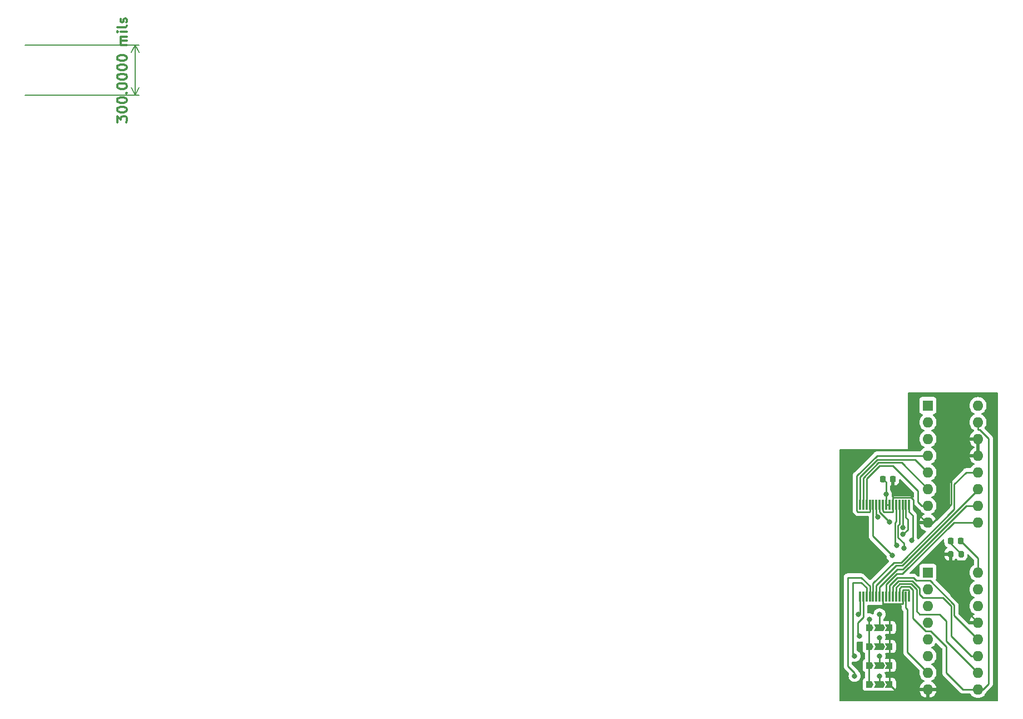
<source format=gbr>
%TF.GenerationSoftware,KiCad,Pcbnew,(7.0.0)*%
%TF.CreationDate,2023-08-04T20:04:38+01:00*%
%TF.ProjectId,DataIODecode,44617461-494f-4446-9563-6f64652e6b69,rev?*%
%TF.SameCoordinates,Original*%
%TF.FileFunction,Copper,L1,Top*%
%TF.FilePolarity,Positive*%
%FSLAX46Y46*%
G04 Gerber Fmt 4.6, Leading zero omitted, Abs format (unit mm)*
G04 Created by KiCad (PCBNEW (7.0.0)) date 2023-08-04 20:04:38*
%MOMM*%
%LPD*%
G01*
G04 APERTURE LIST*
G04 Aperture macros list*
%AMRoundRect*
0 Rectangle with rounded corners*
0 $1 Rounding radius*
0 $2 $3 $4 $5 $6 $7 $8 $9 X,Y pos of 4 corners*
0 Add a 4 corners polygon primitive as box body*
4,1,4,$2,$3,$4,$5,$6,$7,$8,$9,$2,$3,0*
0 Add four circle primitives for the rounded corners*
1,1,$1+$1,$2,$3*
1,1,$1+$1,$4,$5*
1,1,$1+$1,$6,$7*
1,1,$1+$1,$8,$9*
0 Add four rect primitives between the rounded corners*
20,1,$1+$1,$2,$3,$4,$5,0*
20,1,$1+$1,$4,$5,$6,$7,0*
20,1,$1+$1,$6,$7,$8,$9,0*
20,1,$1+$1,$8,$9,$2,$3,0*%
%AMFreePoly0*
4,1,28,0.437580,0.475466,0.437668,0.475471,0.437749,0.475396,0.437854,0.475354,0.437887,0.475272,0.437952,0.475214,0.662952,0.000214,0.662953,0.000188,0.662972,0.000168,0.662963,0.000000,0.662972,-0.000168,0.662953,-0.000188,0.662952,-0.000214,0.437952,-0.475214,0.437887,-0.475272,0.437854,-0.475354,0.437749,-0.475396,0.437668,-0.475471,0.437580,-0.475466,0.437500,-0.475500,
-0.462500,-0.475500,-0.462854,-0.475354,-0.463000,-0.475000,-0.463000,0.475000,-0.462854,0.475354,-0.462500,0.475500,0.437500,0.475500,0.437580,0.475466,0.437580,0.475466,$1*%
%AMFreePoly1*
4,1,45,0.592573,0.475469,0.592656,0.475476,0.592745,0.475398,0.592854,0.475354,0.592885,0.475277,0.592946,0.475225,0.832946,0.000225,0.832948,0.000187,0.832976,0.000156,0.832963,0.000000,0.832976,-0.000156,0.832948,-0.000187,0.832946,-0.000225,0.592946,-0.475225,0.592885,-0.475277,0.592854,-0.475354,0.592745,-0.475398,0.592656,-0.475476,0.592573,-0.475469,0.592500,-0.475500,
-0.837500,-0.475500,-0.837602,-0.475457,-0.837714,-0.475452,-0.837772,-0.475387,-0.837854,-0.475354,-0.837896,-0.475249,-0.837971,-0.475168,-0.837966,-0.475080,-0.838000,-0.475000,-0.837957,-0.474897,-0.837952,-0.474786,-0.613053,0.000000,-0.837952,0.474786,-0.837957,0.474897,-0.838000,0.475000,-0.837966,0.475080,-0.837971,0.475168,-0.837896,0.475249,-0.837854,0.475354,-0.837772,0.475387,
-0.837714,0.475452,-0.837602,0.475457,-0.837500,0.475500,0.592500,0.475500,0.592573,0.475469,0.592573,0.475469,$1*%
%AMFreePoly2*
4,1,30,0.437854,0.475354,0.438000,0.475000,0.438000,-0.475000,0.437854,-0.475354,0.437500,-0.475500,-0.682500,-0.475500,-0.682608,-0.475455,-0.682725,-0.475446,-0.682777,-0.475385,-0.682854,-0.475354,-0.682898,-0.475245,-0.682976,-0.475156,-0.682969,-0.475073,-0.683000,-0.475000,-0.682955,-0.474891,-0.682946,-0.474775,-0.443060,0.000000,-0.682946,0.474775,-0.682955,0.474891,-0.683000,0.475000,
-0.682969,0.475073,-0.682976,0.475156,-0.682898,0.475245,-0.682854,0.475354,-0.682777,0.475385,-0.682725,0.475446,-0.682608,0.475455,-0.682500,0.475500,0.437500,0.475500,0.437854,0.475354,0.437854,0.475354,$1*%
G04 Aperture macros list end*
%ADD10C,0.300000*%
%TA.AperFunction,NonConductor*%
%ADD11C,0.300000*%
%TD*%
%TA.AperFunction,NonConductor*%
%ADD12C,0.200000*%
%TD*%
%TA.AperFunction,SMDPad,CuDef*%
%ADD13FreePoly0,0.000000*%
%TD*%
%TA.AperFunction,SMDPad,CuDef*%
%ADD14FreePoly1,0.000000*%
%TD*%
%TA.AperFunction,SMDPad,CuDef*%
%ADD15FreePoly2,0.000000*%
%TD*%
%TA.AperFunction,SMDPad,CuDef*%
%ADD16R,0.300000X1.500000*%
%TD*%
%TA.AperFunction,SMDPad,CuDef*%
%ADD17RoundRect,0.218750X-0.218750X-0.256250X0.218750X-0.256250X0.218750X0.256250X-0.218750X0.256250X0*%
%TD*%
%TA.AperFunction,SMDPad,CuDef*%
%ADD18RoundRect,0.200000X0.200000X0.275000X-0.200000X0.275000X-0.200000X-0.275000X0.200000X-0.275000X0*%
%TD*%
%TA.AperFunction,ComponentPad*%
%ADD19R,1.600000X1.600000*%
%TD*%
%TA.AperFunction,ComponentPad*%
%ADD20O,1.600000X1.600000*%
%TD*%
%TA.AperFunction,SMDPad,CuDef*%
%ADD21RoundRect,0.225000X-0.225000X-0.250000X0.225000X-0.250000X0.225000X0.250000X-0.225000X0.250000X0*%
%TD*%
%TA.AperFunction,ViaPad*%
%ADD22C,0.800000*%
%TD*%
%TA.AperFunction,Conductor*%
%ADD23C,0.250000*%
%TD*%
G04 APERTURE END LIST*
D10*
D11*
X22143071Y-29539998D02*
X22143071Y-28611426D01*
X22143071Y-28611426D02*
X22714500Y-29111426D01*
X22714500Y-29111426D02*
X22714500Y-28897141D01*
X22714500Y-28897141D02*
X22785928Y-28754284D01*
X22785928Y-28754284D02*
X22857357Y-28682855D01*
X22857357Y-28682855D02*
X23000214Y-28611426D01*
X23000214Y-28611426D02*
X23357357Y-28611426D01*
X23357357Y-28611426D02*
X23500214Y-28682855D01*
X23500214Y-28682855D02*
X23571642Y-28754284D01*
X23571642Y-28754284D02*
X23643071Y-28897141D01*
X23643071Y-28897141D02*
X23643071Y-29325712D01*
X23643071Y-29325712D02*
X23571642Y-29468569D01*
X23571642Y-29468569D02*
X23500214Y-29539998D01*
X22143071Y-27682855D02*
X22143071Y-27539998D01*
X22143071Y-27539998D02*
X22214500Y-27397141D01*
X22214500Y-27397141D02*
X22285928Y-27325713D01*
X22285928Y-27325713D02*
X22428785Y-27254284D01*
X22428785Y-27254284D02*
X22714500Y-27182855D01*
X22714500Y-27182855D02*
X23071642Y-27182855D01*
X23071642Y-27182855D02*
X23357357Y-27254284D01*
X23357357Y-27254284D02*
X23500214Y-27325713D01*
X23500214Y-27325713D02*
X23571642Y-27397141D01*
X23571642Y-27397141D02*
X23643071Y-27539998D01*
X23643071Y-27539998D02*
X23643071Y-27682855D01*
X23643071Y-27682855D02*
X23571642Y-27825713D01*
X23571642Y-27825713D02*
X23500214Y-27897141D01*
X23500214Y-27897141D02*
X23357357Y-27968570D01*
X23357357Y-27968570D02*
X23071642Y-28039998D01*
X23071642Y-28039998D02*
X22714500Y-28039998D01*
X22714500Y-28039998D02*
X22428785Y-27968570D01*
X22428785Y-27968570D02*
X22285928Y-27897141D01*
X22285928Y-27897141D02*
X22214500Y-27825713D01*
X22214500Y-27825713D02*
X22143071Y-27682855D01*
X22143071Y-26254284D02*
X22143071Y-26111427D01*
X22143071Y-26111427D02*
X22214500Y-25968570D01*
X22214500Y-25968570D02*
X22285928Y-25897142D01*
X22285928Y-25897142D02*
X22428785Y-25825713D01*
X22428785Y-25825713D02*
X22714500Y-25754284D01*
X22714500Y-25754284D02*
X23071642Y-25754284D01*
X23071642Y-25754284D02*
X23357357Y-25825713D01*
X23357357Y-25825713D02*
X23500214Y-25897142D01*
X23500214Y-25897142D02*
X23571642Y-25968570D01*
X23571642Y-25968570D02*
X23643071Y-26111427D01*
X23643071Y-26111427D02*
X23643071Y-26254284D01*
X23643071Y-26254284D02*
X23571642Y-26397142D01*
X23571642Y-26397142D02*
X23500214Y-26468570D01*
X23500214Y-26468570D02*
X23357357Y-26539999D01*
X23357357Y-26539999D02*
X23071642Y-26611427D01*
X23071642Y-26611427D02*
X22714500Y-26611427D01*
X22714500Y-26611427D02*
X22428785Y-26539999D01*
X22428785Y-26539999D02*
X22285928Y-26468570D01*
X22285928Y-26468570D02*
X22214500Y-26397142D01*
X22214500Y-26397142D02*
X22143071Y-26254284D01*
X23500214Y-25111428D02*
X23571642Y-25039999D01*
X23571642Y-25039999D02*
X23643071Y-25111428D01*
X23643071Y-25111428D02*
X23571642Y-25182856D01*
X23571642Y-25182856D02*
X23500214Y-25111428D01*
X23500214Y-25111428D02*
X23643071Y-25111428D01*
X22143071Y-24111427D02*
X22143071Y-23968570D01*
X22143071Y-23968570D02*
X22214500Y-23825713D01*
X22214500Y-23825713D02*
X22285928Y-23754285D01*
X22285928Y-23754285D02*
X22428785Y-23682856D01*
X22428785Y-23682856D02*
X22714500Y-23611427D01*
X22714500Y-23611427D02*
X23071642Y-23611427D01*
X23071642Y-23611427D02*
X23357357Y-23682856D01*
X23357357Y-23682856D02*
X23500214Y-23754285D01*
X23500214Y-23754285D02*
X23571642Y-23825713D01*
X23571642Y-23825713D02*
X23643071Y-23968570D01*
X23643071Y-23968570D02*
X23643071Y-24111427D01*
X23643071Y-24111427D02*
X23571642Y-24254285D01*
X23571642Y-24254285D02*
X23500214Y-24325713D01*
X23500214Y-24325713D02*
X23357357Y-24397142D01*
X23357357Y-24397142D02*
X23071642Y-24468570D01*
X23071642Y-24468570D02*
X22714500Y-24468570D01*
X22714500Y-24468570D02*
X22428785Y-24397142D01*
X22428785Y-24397142D02*
X22285928Y-24325713D01*
X22285928Y-24325713D02*
X22214500Y-24254285D01*
X22214500Y-24254285D02*
X22143071Y-24111427D01*
X22143071Y-22682856D02*
X22143071Y-22539999D01*
X22143071Y-22539999D02*
X22214500Y-22397142D01*
X22214500Y-22397142D02*
X22285928Y-22325714D01*
X22285928Y-22325714D02*
X22428785Y-22254285D01*
X22428785Y-22254285D02*
X22714500Y-22182856D01*
X22714500Y-22182856D02*
X23071642Y-22182856D01*
X23071642Y-22182856D02*
X23357357Y-22254285D01*
X23357357Y-22254285D02*
X23500214Y-22325714D01*
X23500214Y-22325714D02*
X23571642Y-22397142D01*
X23571642Y-22397142D02*
X23643071Y-22539999D01*
X23643071Y-22539999D02*
X23643071Y-22682856D01*
X23643071Y-22682856D02*
X23571642Y-22825714D01*
X23571642Y-22825714D02*
X23500214Y-22897142D01*
X23500214Y-22897142D02*
X23357357Y-22968571D01*
X23357357Y-22968571D02*
X23071642Y-23039999D01*
X23071642Y-23039999D02*
X22714500Y-23039999D01*
X22714500Y-23039999D02*
X22428785Y-22968571D01*
X22428785Y-22968571D02*
X22285928Y-22897142D01*
X22285928Y-22897142D02*
X22214500Y-22825714D01*
X22214500Y-22825714D02*
X22143071Y-22682856D01*
X22143071Y-21254285D02*
X22143071Y-21111428D01*
X22143071Y-21111428D02*
X22214500Y-20968571D01*
X22214500Y-20968571D02*
X22285928Y-20897143D01*
X22285928Y-20897143D02*
X22428785Y-20825714D01*
X22428785Y-20825714D02*
X22714500Y-20754285D01*
X22714500Y-20754285D02*
X23071642Y-20754285D01*
X23071642Y-20754285D02*
X23357357Y-20825714D01*
X23357357Y-20825714D02*
X23500214Y-20897143D01*
X23500214Y-20897143D02*
X23571642Y-20968571D01*
X23571642Y-20968571D02*
X23643071Y-21111428D01*
X23643071Y-21111428D02*
X23643071Y-21254285D01*
X23643071Y-21254285D02*
X23571642Y-21397143D01*
X23571642Y-21397143D02*
X23500214Y-21468571D01*
X23500214Y-21468571D02*
X23357357Y-21540000D01*
X23357357Y-21540000D02*
X23071642Y-21611428D01*
X23071642Y-21611428D02*
X22714500Y-21611428D01*
X22714500Y-21611428D02*
X22428785Y-21540000D01*
X22428785Y-21540000D02*
X22285928Y-21468571D01*
X22285928Y-21468571D02*
X22214500Y-21397143D01*
X22214500Y-21397143D02*
X22143071Y-21254285D01*
X22143071Y-19825714D02*
X22143071Y-19682857D01*
X22143071Y-19682857D02*
X22214500Y-19540000D01*
X22214500Y-19540000D02*
X22285928Y-19468572D01*
X22285928Y-19468572D02*
X22428785Y-19397143D01*
X22428785Y-19397143D02*
X22714500Y-19325714D01*
X22714500Y-19325714D02*
X23071642Y-19325714D01*
X23071642Y-19325714D02*
X23357357Y-19397143D01*
X23357357Y-19397143D02*
X23500214Y-19468572D01*
X23500214Y-19468572D02*
X23571642Y-19540000D01*
X23571642Y-19540000D02*
X23643071Y-19682857D01*
X23643071Y-19682857D02*
X23643071Y-19825714D01*
X23643071Y-19825714D02*
X23571642Y-19968572D01*
X23571642Y-19968572D02*
X23500214Y-20040000D01*
X23500214Y-20040000D02*
X23357357Y-20111429D01*
X23357357Y-20111429D02*
X23071642Y-20182857D01*
X23071642Y-20182857D02*
X22714500Y-20182857D01*
X22714500Y-20182857D02*
X22428785Y-20111429D01*
X22428785Y-20111429D02*
X22285928Y-20040000D01*
X22285928Y-20040000D02*
X22214500Y-19968572D01*
X22214500Y-19968572D02*
X22143071Y-19825714D01*
X23643071Y-17782858D02*
X22643071Y-17782858D01*
X22785928Y-17782858D02*
X22714500Y-17711429D01*
X22714500Y-17711429D02*
X22643071Y-17568572D01*
X22643071Y-17568572D02*
X22643071Y-17354286D01*
X22643071Y-17354286D02*
X22714500Y-17211429D01*
X22714500Y-17211429D02*
X22857357Y-17140001D01*
X22857357Y-17140001D02*
X23643071Y-17140001D01*
X22857357Y-17140001D02*
X22714500Y-17068572D01*
X22714500Y-17068572D02*
X22643071Y-16925715D01*
X22643071Y-16925715D02*
X22643071Y-16711429D01*
X22643071Y-16711429D02*
X22714500Y-16568572D01*
X22714500Y-16568572D02*
X22857357Y-16497143D01*
X22857357Y-16497143D02*
X23643071Y-16497143D01*
X23643071Y-15782858D02*
X22643071Y-15782858D01*
X22143071Y-15782858D02*
X22214500Y-15854286D01*
X22214500Y-15854286D02*
X22285928Y-15782858D01*
X22285928Y-15782858D02*
X22214500Y-15711429D01*
X22214500Y-15711429D02*
X22143071Y-15782858D01*
X22143071Y-15782858D02*
X22285928Y-15782858D01*
X23643071Y-14854286D02*
X23571642Y-14997143D01*
X23571642Y-14997143D02*
X23428785Y-15068572D01*
X23428785Y-15068572D02*
X22143071Y-15068572D01*
X23571642Y-14354286D02*
X23643071Y-14211429D01*
X23643071Y-14211429D02*
X23643071Y-13925715D01*
X23643071Y-13925715D02*
X23571642Y-13782858D01*
X23571642Y-13782858D02*
X23428785Y-13711429D01*
X23428785Y-13711429D02*
X23357357Y-13711429D01*
X23357357Y-13711429D02*
X23214500Y-13782858D01*
X23214500Y-13782858D02*
X23143071Y-13925715D01*
X23143071Y-13925715D02*
X23143071Y-14140001D01*
X23143071Y-14140001D02*
X23071642Y-14282858D01*
X23071642Y-14282858D02*
X22928785Y-14354286D01*
X22928785Y-14354286D02*
X22857357Y-14354286D01*
X22857357Y-14354286D02*
X22714500Y-14282858D01*
X22714500Y-14282858D02*
X22643071Y-14140001D01*
X22643071Y-14140001D02*
X22643071Y-13925715D01*
X22643071Y-13925715D02*
X22714500Y-13782858D01*
D12*
X8120000Y-17780000D02*
X25478420Y-17780000D01*
X8120000Y-25400000D02*
X25478420Y-25400000D01*
X24892000Y-17780000D02*
X24892000Y-25400000D01*
X24892000Y-17780000D02*
X24892000Y-25400000D01*
X24892000Y-17780000D02*
X25478421Y-18906504D01*
X24892000Y-17780000D02*
X24305579Y-18906504D01*
X24892000Y-25400000D02*
X24305579Y-24273496D01*
X24892000Y-25400000D02*
X25478421Y-24273496D01*
D13*
%TO.P,J3,1,Pin_1*%
%TO.N,+5V*%
X136574300Y-109304666D03*
D14*
%TO.P,J3,2,Pin_2*%
%TO.N,BANK2*%
X138149300Y-109304666D03*
D15*
%TO.P,J3,3,Pin_3*%
%TO.N,GND*%
X139724300Y-109304666D03*
%TD*%
D13*
%TO.P,J2,1,Pin_1*%
%TO.N,+5V*%
X136574300Y-112183332D03*
D14*
%TO.P,J2,2,Pin_2*%
%TO.N,BANK1*%
X138149300Y-112183332D03*
D15*
%TO.P,J2,3,Pin_3*%
%TO.N,GND*%
X139724300Y-112183332D03*
%TD*%
D16*
%TO.P,U1,1,A11*%
%TO.N,A11*%
X142687999Y-87741999D03*
%TO.P,U1,2,A9*%
%TO.N,A9*%
X142187999Y-87741999D03*
%TO.P,U1,3,A8*%
%TO.N,A8*%
X141687999Y-87741999D03*
%TO.P,U1,4,A13*%
%TO.N,A13*%
X141187999Y-87741999D03*
%TO.P,U1,5,A14*%
%TO.N,A14*%
X140687999Y-87741999D03*
%TO.P,U1,6,A17*%
%TO.N,GND*%
X140187999Y-87741999D03*
%TO.P,U1,7,PGM*%
%TO.N,+5V*%
X139687999Y-87741999D03*
%TO.P,U1,8,VCC*%
X139187999Y-87741999D03*
%TO.P,U1,9,A18*%
%TO.N,GND*%
X138687999Y-87741999D03*
%TO.P,U1,10,A16*%
%TO.N,RnW*%
X138187999Y-87741999D03*
%TO.P,U1,11,A15*%
%TO.N,A15*%
X137687999Y-87741999D03*
%TO.P,U1,12,A12*%
%TO.N,A12*%
X137187999Y-87741999D03*
%TO.P,U1,13,A7*%
%TO.N,A7*%
X136687999Y-87741999D03*
%TO.P,U1,14,A6*%
%TO.N,A6*%
X136187999Y-87741999D03*
%TO.P,U1,15,A5*%
%TO.N,A5*%
X135687999Y-87741999D03*
%TO.P,U1,16,A4*%
%TO.N,A4*%
X135187999Y-87741999D03*
%TO.P,U1,17,A3*%
%TO.N,BANK3*%
X135187999Y-101741999D03*
%TO.P,U1,18,A2*%
%TO.N,BANK2*%
X135687999Y-101741999D03*
%TO.P,U1,19,A1*%
%TO.N,BANK1*%
X136187999Y-101741999D03*
%TO.P,U1,20,A0*%
%TO.N,BANK0*%
X136687999Y-101741999D03*
%TO.P,U1,21,D0*%
%TO.N,U14_O1*%
X137187999Y-101741999D03*
%TO.P,U1,22,D1*%
%TO.N,U14_O2*%
X137687999Y-101741999D03*
%TO.P,U1,23,D2*%
%TO.N,U14_O3*%
X138187999Y-101741999D03*
%TO.P,U1,24,GND*%
%TO.N,GND*%
X138687999Y-101741999D03*
%TO.P,U1,25,D3*%
%TO.N,U14_O4*%
X139187999Y-101741999D03*
%TO.P,U1,26,D4*%
%TO.N,U19_O1*%
X139687999Y-101741999D03*
%TO.P,U1,27,D5*%
%TO.N,U19_O2*%
X140187999Y-101741999D03*
%TO.P,U1,28,D6*%
%TO.N,U19_O3*%
X140687999Y-101741999D03*
%TO.P,U1,29,D7*%
%TO.N,U19_O4*%
X141187999Y-101741999D03*
%TO.P,U1,30,CE*%
%TO.N,GND*%
X141687999Y-101741999D03*
%TO.P,U1,31,A10*%
%TO.N,A10*%
X142187999Y-101741999D03*
%TO.P,U1,32,OE*%
%TO.N,GND*%
X142687999Y-101741999D03*
%TD*%
D13*
%TO.P,J4,1,Pin_1*%
%TO.N,+5V*%
X136574300Y-106426000D03*
D14*
%TO.P,J4,2,Pin_2*%
%TO.N,BANK3*%
X138149300Y-106426000D03*
D15*
%TO.P,J4,3,Pin_3*%
%TO.N,GND*%
X139724300Y-106426000D03*
%TD*%
D17*
%TO.P,D1,1,K*%
%TO.N,Net-(D1-K)*%
X148970900Y-93218000D03*
%TO.P,D1,2,A*%
%TO.N,+5V*%
X150545900Y-93218000D03*
%TD*%
D13*
%TO.P,J1,1,Pin_1*%
%TO.N,+5V*%
X136574300Y-115062000D03*
D14*
%TO.P,J1,2,Pin_2*%
%TO.N,BANK0*%
X138149300Y-115062000D03*
D15*
%TO.P,J1,3,Pin_3*%
%TO.N,GND*%
X139724300Y-115062000D03*
%TD*%
D18*
%TO.P,R1,1*%
%TO.N,Net-(D1-K)*%
X150634200Y-95250000D03*
%TO.P,R1,2*%
%TO.N,GND*%
X148984200Y-95250000D03*
%TD*%
D19*
%TO.P,J19,1,Pin_1*%
%TO.N,A14*%
X145541999Y-98043999D03*
D20*
%TO.P,J19,2,Pin_2*%
%TO.N,A13*%
X145541999Y-100583999D03*
%TO.P,J19,3,Pin_3*%
%TO.N,A12*%
X145541999Y-103123999D03*
%TO.P,J19,4,Pin_4*%
%TO.N,A11*%
X145541999Y-105663999D03*
%TO.P,J19,5,Pin_5*%
%TO.N,A8*%
X145541999Y-108203999D03*
%TO.P,J19,6,Pin_6*%
%TO.N,A9*%
X145541999Y-110743999D03*
%TO.P,J19,7,Pin_7*%
%TO.N,A10*%
X145541999Y-113283999D03*
%TO.P,J19,8,Pin_8*%
%TO.N,GND*%
X145541999Y-115823999D03*
%TO.P,J19,9,Pin_9*%
%TO.N,U19_O4*%
X153161999Y-115823999D03*
%TO.P,J19,10,Pin_10*%
%TO.N,U19_O3*%
X153161999Y-113283999D03*
%TO.P,J19,11,Pin_11*%
%TO.N,U19_O2*%
X153161999Y-110743999D03*
%TO.P,J19,12,Pin_12*%
%TO.N,U19_O1*%
X153161999Y-108203999D03*
%TO.P,J19,13,Pin_13*%
%TO.N,GND*%
X153161999Y-105663999D03*
%TO.P,J19,14,Pin_14*%
%TO.N,RnW*%
X153161999Y-103123999D03*
%TO.P,J19,15,Pin_15*%
%TO.N,A15*%
X153161999Y-100583999D03*
%TO.P,J19,16,Pin_16*%
%TO.N,+5V*%
X153161999Y-98043999D03*
%TD*%
D21*
%TO.P,C1,1*%
%TO.N,+5V*%
X138671000Y-83820000D03*
%TO.P,C1,2*%
%TO.N,GND*%
X140221000Y-83820000D03*
%TD*%
D19*
%TO.P,J14,1,Pin_1*%
%TO.N,U19_O3*%
X145541999Y-72643999D03*
D20*
%TO.P,J14,2,Pin_2*%
%TO.N,U19_O2*%
X145541999Y-75183999D03*
%TO.P,J14,3,Pin_3*%
%TO.N,U19_O1*%
X145541999Y-77723999D03*
%TO.P,J14,4,Pin_4*%
%TO.N,A7*%
X145541999Y-80263999D03*
%TO.P,J14,5,Pin_5*%
%TO.N,A4*%
X145541999Y-82803999D03*
%TO.P,J14,6,Pin_6*%
%TO.N,A5*%
X145541999Y-85343999D03*
%TO.P,J14,7,Pin_7*%
%TO.N,A6*%
X145541999Y-87883999D03*
%TO.P,J14,8,Pin_8*%
%TO.N,GND*%
X145541999Y-90423999D03*
%TO.P,J14,9,Pin_9*%
%TO.N,U14_O4*%
X153161999Y-90423999D03*
%TO.P,J14,10,Pin_10*%
%TO.N,U14_O3*%
X153161999Y-87883999D03*
%TO.P,J14,11,Pin_11*%
%TO.N,U14_O2*%
X153161999Y-85343999D03*
%TO.P,J14,12,Pin_12*%
%TO.N,U14_O1*%
X153161999Y-82803999D03*
%TO.P,J14,13,Pin_13*%
%TO.N,GND*%
X153161999Y-80263999D03*
%TO.P,J14,14,Pin_14*%
X153161999Y-77723999D03*
%TO.P,J14,15,Pin_15*%
%TO.N,U19_O4*%
X153161999Y-75183999D03*
%TO.P,J14,16,Pin_16*%
%TO.N,+5V*%
X153161999Y-72643999D03*
%TD*%
D22*
%TO.N,+5V*%
X139154400Y-86136900D03*
X136652000Y-105156000D03*
%TO.N,BANK0*%
X134366000Y-113792000D03*
X138176000Y-113792000D03*
%TO.N,BANK1*%
X138176000Y-110744000D03*
X134366000Y-110744000D03*
%TO.N,BANK2*%
X138176000Y-107950000D03*
X135128000Y-107696000D03*
%TO.N,BANK3*%
X134963500Y-104431500D03*
X138176000Y-104394000D03*
%TO.N,A14*%
X140825900Y-93904600D03*
%TO.N,A13*%
X141881500Y-94329900D03*
%TO.N,A12*%
X140122606Y-95453106D03*
%TO.N,A11*%
X143052651Y-93158751D03*
%TO.N,A8*%
X141688000Y-91205600D03*
%TO.N,A9*%
X141751100Y-92207900D03*
%TO.N,RnW*%
X139718900Y-90348200D03*
%TO.N,A15*%
X137909200Y-89617900D03*
%TD*%
D23*
%TO.N,+5V*%
X136574300Y-105233700D02*
X136652000Y-105156000D01*
X153162000Y-95834100D02*
X150545900Y-93218000D01*
X139188000Y-86170500D02*
X139188000Y-87742000D01*
X138671000Y-83820000D02*
X139154400Y-84303400D01*
X139154400Y-86136900D02*
X139188000Y-86170500D01*
X136574300Y-112183332D02*
X136574300Y-115062000D01*
X136574300Y-106426000D02*
X136574300Y-109304666D01*
X136574300Y-109304666D02*
X136574300Y-112183332D01*
X136574300Y-106426000D02*
X136574300Y-105233700D01*
X139154400Y-84303400D02*
X139154400Y-86136900D01*
X139688000Y-87742000D02*
X139188000Y-87742000D01*
X153162000Y-98044000D02*
X153162000Y-95834100D01*
%TO.N,GND*%
X142976500Y-86659400D02*
X140188000Y-86659400D01*
X141688000Y-101742000D02*
X141688000Y-100666700D01*
X138688000Y-88628900D02*
X138688000Y-87742000D01*
X140221000Y-83820000D02*
X140188000Y-83853000D01*
X138688000Y-101742000D02*
X138688000Y-102817300D01*
X153162000Y-80264000D02*
X150622000Y-80264000D01*
X138876400Y-88817300D02*
X138688000Y-88628900D01*
X143303500Y-88439500D02*
X143303500Y-86986400D01*
X140188000Y-88817300D02*
X138876400Y-88817300D01*
X149098000Y-87630000D02*
X145923000Y-90805000D01*
X139724300Y-106426000D02*
X139724300Y-102841600D01*
X139700000Y-102817300D02*
X141688000Y-102817300D01*
X140462000Y-115824000D02*
X139700000Y-115062000D01*
X145923000Y-90805000D02*
X145542000Y-90424000D01*
X150622000Y-80264000D02*
X149098000Y-81788000D01*
X139724300Y-112183332D02*
X139724300Y-109304666D01*
X138688000Y-102817300D02*
X139700000Y-102817300D01*
X153162000Y-80264000D02*
X153162000Y-77724000D01*
X142688000Y-101742000D02*
X142688000Y-100791700D01*
X153162000Y-105664000D02*
X148984200Y-101486200D01*
X145542000Y-115824000D02*
X140462000Y-115824000D01*
X145288000Y-90424000D02*
X143303500Y-88439500D01*
X142688000Y-100791700D02*
X142563000Y-100666700D01*
X141688000Y-101742000D02*
X141688000Y-102817300D01*
X139724300Y-115062000D02*
X139724300Y-112183332D01*
X140188000Y-83853000D02*
X140188000Y-86659400D01*
X142563000Y-100666700D02*
X141688000Y-100666700D01*
X140188000Y-86659400D02*
X140188000Y-87742000D01*
X139724300Y-102841600D02*
X139700000Y-102817300D01*
X140188000Y-87742000D02*
X140188000Y-88817300D01*
X148984200Y-101486200D02*
X148984200Y-95250000D01*
X143303500Y-86986400D02*
X142976500Y-86659400D01*
X139724300Y-109304666D02*
X139724300Y-106426000D01*
X149098000Y-81788000D02*
X149098000Y-87630000D01*
X145542000Y-90424000D02*
X145288000Y-90424000D01*
%TO.N,Net-(D1-K)*%
X148970900Y-93586700D02*
X150634200Y-95250000D01*
X148970900Y-93218000D02*
X148970900Y-93586700D01*
%TO.N,BANK0*%
X136688000Y-101742000D02*
X136688000Y-100112000D01*
X135382000Y-98806000D02*
X133350000Y-98806000D01*
X138149300Y-115062000D02*
X138149300Y-113818700D01*
X138149300Y-113818700D02*
X138176000Y-113792000D01*
X133350000Y-98806000D02*
X133350000Y-112268000D01*
X133350000Y-112268000D02*
X134366000Y-113284000D01*
X134366000Y-113284000D02*
X134366000Y-113792000D01*
X136688000Y-100112000D02*
X135382000Y-98806000D01*
%TO.N,BANK1*%
X136188000Y-101742000D02*
X136188000Y-100374000D01*
X135382000Y-99568000D02*
X134112000Y-99568000D01*
X138149300Y-112183332D02*
X138149300Y-110770700D01*
X134112000Y-99568000D02*
X134112000Y-110490000D01*
X134112000Y-110490000D02*
X134366000Y-110744000D01*
X136188000Y-100374000D02*
X135382000Y-99568000D01*
X138149300Y-110770700D02*
X138176000Y-110744000D01*
%TO.N,BANK2*%
X134874000Y-107442000D02*
X135128000Y-107696000D01*
X135688000Y-104850000D02*
X134874000Y-105664000D01*
X134874000Y-105664000D02*
X134874000Y-107442000D01*
X138176000Y-109277966D02*
X138149300Y-109304666D01*
X138176000Y-107950000D02*
X138176000Y-109277966D01*
X135688000Y-101742000D02*
X135688000Y-104850000D01*
%TO.N,BANK3*%
X138176000Y-104394000D02*
X138176000Y-106399300D01*
X135188000Y-104207000D02*
X134963500Y-104431500D01*
X138176000Y-106399300D02*
X138149300Y-106426000D01*
X135188000Y-101742000D02*
X135188000Y-104207000D01*
%TO.N,U19_O3*%
X141242600Y-99763600D02*
X140688000Y-100318200D01*
X140688000Y-100318200D02*
X140688000Y-101742000D01*
X144272000Y-104394000D02*
X143818600Y-103940600D01*
X142954900Y-99763600D02*
X141242600Y-99763600D01*
X143818600Y-100627300D02*
X142954900Y-99763600D01*
X148336000Y-108458000D02*
X148336000Y-105410000D01*
X147320000Y-104394000D02*
X144272000Y-104394000D01*
X143818600Y-103940600D02*
X143818600Y-100627300D01*
X153162000Y-113284000D02*
X148336000Y-108458000D01*
X148336000Y-105410000D02*
X147320000Y-104394000D01*
%TO.N,U19_O2*%
X149098000Y-107696000D02*
X149098000Y-103124000D01*
X152146000Y-110744000D02*
X149098000Y-107696000D01*
X153162000Y-110744000D02*
X152146000Y-110744000D01*
X144268900Y-101342900D02*
X144268900Y-100440700D01*
X140188000Y-100178200D02*
X140188000Y-101742000D01*
X144268900Y-100440700D02*
X143141500Y-99313300D01*
X143141500Y-99313300D02*
X141052900Y-99313300D01*
X149098000Y-103124000D02*
X147828000Y-101854000D01*
X147828000Y-101854000D02*
X144780000Y-101854000D01*
X141052900Y-99313300D02*
X140188000Y-100178200D01*
X144780000Y-101854000D02*
X144268900Y-101342900D01*
%TO.N,U19_O1*%
X149547501Y-102937811D02*
X145896990Y-99287300D01*
X145896990Y-99287300D02*
X143752400Y-99287300D01*
X140864500Y-98863000D02*
X139688000Y-100039500D01*
X143328100Y-98863000D02*
X140864500Y-98863000D01*
X143752400Y-99287300D02*
X143328100Y-98863000D01*
X149547501Y-104589501D02*
X149547501Y-102937811D01*
X153162000Y-108204000D02*
X149547501Y-104589501D01*
X139688000Y-100039500D02*
X139688000Y-101742000D01*
%TO.N,A7*%
X134712600Y-88628900D02*
X134901000Y-88817300D01*
X136688000Y-88742000D02*
X136688000Y-87742000D01*
X134901000Y-88817300D02*
X136612700Y-88817300D01*
X134712600Y-83344330D02*
X134712600Y-88628900D01*
X137792930Y-80264000D02*
X134712600Y-83344330D01*
X145542000Y-80264000D02*
X137792930Y-80264000D01*
X136612700Y-88817300D02*
X136688000Y-88742000D01*
%TO.N,A4*%
X135188000Y-87742000D02*
X135188000Y-83504620D01*
X135188000Y-83504620D02*
X137803622Y-80888998D01*
X137803622Y-80888998D02*
X143626998Y-80888998D01*
X143626998Y-80888998D02*
X145542000Y-82804000D01*
%TO.N,A5*%
X141536499Y-81338499D02*
X137989811Y-81338499D01*
X135688000Y-83640310D02*
X135688000Y-87742000D01*
X137989811Y-81338499D02*
X135688000Y-83640310D01*
X145542000Y-85344000D02*
X141536499Y-81338499D01*
%TO.N,A6*%
X145542000Y-87884000D02*
X144562000Y-87884000D01*
X144562000Y-87884000D02*
X144018000Y-87340000D01*
X136188000Y-83776000D02*
X136188000Y-87742000D01*
X140208000Y-81788000D02*
X138176000Y-81788000D01*
X144018000Y-87340000D02*
X144018000Y-85598000D01*
X138176000Y-81788000D02*
X136188000Y-83776000D01*
X144018000Y-85598000D02*
X140208000Y-81788000D01*
%TO.N,U14_O4*%
X149481071Y-90424000D02*
X141680271Y-98224800D01*
X141680271Y-98224800D02*
X140828500Y-98224800D01*
X153162000Y-90424000D02*
X149481071Y-90424000D01*
X139188000Y-99865300D02*
X139188000Y-101742000D01*
X140828500Y-98224800D02*
X139188000Y-99865300D01*
%TO.N,U14_O3*%
X140889700Y-97526600D02*
X141742780Y-97526600D01*
X151385381Y-87884000D02*
X153162000Y-87884000D01*
X138188000Y-100228300D02*
X140889700Y-97526600D01*
X141742780Y-97526600D02*
X151385381Y-87884000D01*
X138188000Y-101742000D02*
X138188000Y-100228300D01*
%TO.N,U14_O2*%
X153162000Y-85344000D02*
X153162000Y-85471690D01*
X153162000Y-85471690D02*
X141666678Y-96967012D01*
X141666678Y-96967012D02*
X140748188Y-96967012D01*
X137688000Y-100027200D02*
X137688000Y-101742000D01*
X140748188Y-96967012D02*
X137688000Y-100027200D01*
%TO.N,U14_O1*%
X149548000Y-84640000D02*
X149548000Y-88450000D01*
X141480489Y-96517511D02*
X140336799Y-96517511D01*
X149548000Y-88450000D02*
X141480489Y-96517511D01*
X137188000Y-99666310D02*
X137188000Y-101742000D01*
X151384000Y-82804000D02*
X149548000Y-84640000D01*
X140336799Y-96517511D02*
X137188000Y-99666310D01*
X153162000Y-82804000D02*
X151384000Y-82804000D01*
%TO.N,U19_O4*%
X153162000Y-76309300D02*
X153162000Y-75184000D01*
X145934100Y-106934000D02*
X145175300Y-106934000D01*
X154786900Y-114961100D02*
X154786900Y-77652900D01*
X143209300Y-104968000D02*
X143209300Y-100654900D01*
X153443300Y-76309300D02*
X153162000Y-76309300D01*
X153162000Y-115824000D02*
X153924000Y-115824000D01*
X150876000Y-115824000D02*
X148336000Y-113284000D01*
X154786900Y-77652900D02*
X153443300Y-76309300D01*
X153924000Y-115824000D02*
X154786900Y-114961100D01*
X148336000Y-109335900D02*
X145934100Y-106934000D01*
X143209300Y-100654900D02*
X142768300Y-100213900D01*
X152599300Y-115824000D02*
X150876000Y-115824000D01*
X153162000Y-115261300D02*
X152599300Y-115824000D01*
X141501200Y-100213900D02*
X141188000Y-100527100D01*
X141188000Y-100527100D02*
X141188000Y-101742000D01*
X148336000Y-113284000D02*
X148336000Y-109335900D01*
X153162000Y-115824000D02*
X153162000Y-115261300D01*
X145175300Y-106934000D02*
X143209300Y-104968000D01*
X142768300Y-100213900D02*
X141501200Y-100213900D01*
%TO.N,A14*%
X140510800Y-90415500D02*
X140510800Y-93589500D01*
X140510800Y-93589500D02*
X140825900Y-93904600D01*
X140688000Y-90238300D02*
X140510800Y-90415500D01*
X140688000Y-87742000D02*
X140688000Y-90238300D01*
%TO.N,A13*%
X141188000Y-90679000D02*
X140961100Y-90905900D01*
X141881500Y-93616100D02*
X141881500Y-94329900D01*
X140961100Y-92695700D02*
X141881500Y-93616100D01*
X141188000Y-87742000D02*
X141188000Y-90679000D01*
X140961100Y-90905900D02*
X140961100Y-92695700D01*
%TO.N,A12*%
X137188000Y-87742000D02*
X137188000Y-88817300D01*
X137188000Y-88817300D02*
X137163400Y-88841900D01*
X137163400Y-92493900D02*
X140122606Y-95453106D01*
X137163400Y-88841900D02*
X137163400Y-92493900D01*
%TO.N,A11*%
X142688000Y-88817300D02*
X143211200Y-89340500D01*
X143211200Y-93000202D02*
X143052651Y-93158751D01*
X143211200Y-89340500D02*
X143211200Y-93000202D01*
X142688000Y-87742000D02*
X142688000Y-88817300D01*
%TO.N,A8*%
X141688000Y-87742000D02*
X141688000Y-91205600D01*
%TO.N,A9*%
X142450100Y-89926600D02*
X142188000Y-89664500D01*
X142450100Y-91508900D02*
X142450100Y-89926600D01*
X142188000Y-89664500D02*
X142188000Y-87742000D01*
X141751100Y-92207900D02*
X142450100Y-91508900D01*
%TO.N,A10*%
X142188000Y-103401810D02*
X142188000Y-101742000D01*
X142435501Y-103649311D02*
X142188000Y-103401810D01*
X145542000Y-113284000D02*
X142435501Y-110177501D01*
X142435501Y-110177501D02*
X142435501Y-103649311D01*
%TO.N,RnW*%
X138188000Y-87742000D02*
X138188000Y-88817300D01*
X138188000Y-88817300D02*
X139718900Y-90348200D01*
%TO.N,A15*%
X137688000Y-87742000D02*
X137688000Y-89396700D01*
X137688000Y-89396700D02*
X137909200Y-89617900D01*
%TD*%
%TA.AperFunction,Conductor*%
%TO.N,GND*%
G36*
X147981785Y-92955805D02*
G01*
X148019385Y-92999828D01*
X148032900Y-93056123D01*
X148032900Y-93522174D01*
X148033218Y-93525288D01*
X148033219Y-93525305D01*
X148042275Y-93613947D01*
X148042276Y-93613952D01*
X148042964Y-93620685D01*
X148045093Y-93627112D01*
X148045094Y-93627113D01*
X148086990Y-93753548D01*
X148095851Y-93780287D01*
X148099642Y-93786434D01*
X148099643Y-93786435D01*
X148172528Y-93904600D01*
X148184119Y-93923391D01*
X148303009Y-94042281D01*
X148446113Y-94130549D01*
X148452173Y-94132557D01*
X148502245Y-94175294D01*
X148523311Y-94238047D01*
X148509092Y-94302696D01*
X148463640Y-94350819D01*
X148355743Y-94416045D01*
X148344022Y-94425228D01*
X148234428Y-94534822D01*
X148225245Y-94546543D01*
X148145064Y-94679179D01*
X148138948Y-94692767D01*
X148092561Y-94841627D01*
X148090015Y-94854431D01*
X148084455Y-94915615D01*
X148084200Y-94921244D01*
X148084200Y-94983674D01*
X148087650Y-94996549D01*
X148100526Y-95000000D01*
X149110200Y-95000000D01*
X149172200Y-95016613D01*
X149217587Y-95062000D01*
X149234200Y-95124000D01*
X149234200Y-96208673D01*
X149237650Y-96221548D01*
X149248056Y-96224337D01*
X149304770Y-96219184D01*
X149317569Y-96216638D01*
X149466432Y-96170251D01*
X149480020Y-96164135D01*
X149612656Y-96083954D01*
X149624377Y-96074771D01*
X149721165Y-95977984D01*
X149776752Y-95945890D01*
X149840940Y-95945890D01*
X149896527Y-95977984D01*
X149999015Y-96080472D01*
X150144594Y-96168478D01*
X150264059Y-96205704D01*
X150300742Y-96217135D01*
X150300744Y-96217135D01*
X150307004Y-96219086D01*
X150377584Y-96225500D01*
X150887997Y-96225500D01*
X150890816Y-96225500D01*
X150961396Y-96219086D01*
X151123806Y-96168478D01*
X151269385Y-96080472D01*
X151389672Y-95960185D01*
X151477678Y-95814606D01*
X151528286Y-95652196D01*
X151534700Y-95581616D01*
X151534700Y-95390753D01*
X151548215Y-95334458D01*
X151585815Y-95290435D01*
X151639302Y-95268280D01*
X151697018Y-95272822D01*
X151746381Y-95303072D01*
X152500181Y-96056872D01*
X152527061Y-96097100D01*
X152536500Y-96144553D01*
X152536500Y-96829812D01*
X152522489Y-96887069D01*
X152483623Y-96931387D01*
X152327296Y-97040847D01*
X152327291Y-97040850D01*
X152322861Y-97043953D01*
X152319037Y-97047776D01*
X152319031Y-97047782D01*
X152165782Y-97201031D01*
X152165776Y-97201037D01*
X152161953Y-97204861D01*
X152158850Y-97209291D01*
X152158847Y-97209296D01*
X152034540Y-97386826D01*
X152034535Y-97386833D01*
X152031432Y-97391266D01*
X152029144Y-97396172D01*
X152029142Y-97396176D01*
X151937550Y-97592594D01*
X151937547Y-97592599D01*
X151935261Y-97597504D01*
X151933862Y-97602724D01*
X151933858Y-97602736D01*
X151877764Y-97812083D01*
X151877762Y-97812094D01*
X151876365Y-97817308D01*
X151856532Y-98044000D01*
X151857004Y-98049395D01*
X151875720Y-98263327D01*
X151876365Y-98270692D01*
X151877762Y-98275907D01*
X151877764Y-98275916D01*
X151933858Y-98485263D01*
X151933861Y-98485271D01*
X151935261Y-98490496D01*
X152031432Y-98696734D01*
X152034539Y-98701171D01*
X152034540Y-98701173D01*
X152066540Y-98746874D01*
X152161953Y-98883139D01*
X152322861Y-99044047D01*
X152509266Y-99174568D01*
X152514172Y-99176855D01*
X152514176Y-99176858D01*
X152567274Y-99201618D01*
X152619450Y-99247375D01*
X152638869Y-99314000D01*
X152619450Y-99380625D01*
X152567274Y-99426382D01*
X152514176Y-99451141D01*
X152514163Y-99451148D01*
X152509266Y-99453432D01*
X152504833Y-99456535D01*
X152504826Y-99456540D01*
X152327296Y-99580847D01*
X152327291Y-99580850D01*
X152322861Y-99583953D01*
X152319037Y-99587776D01*
X152319031Y-99587782D01*
X152165782Y-99741031D01*
X152165776Y-99741037D01*
X152161953Y-99744861D01*
X152158850Y-99749291D01*
X152158847Y-99749296D01*
X152034540Y-99926826D01*
X152034535Y-99926833D01*
X152031432Y-99931266D01*
X152029144Y-99936172D01*
X152029142Y-99936176D01*
X151937550Y-100132594D01*
X151937547Y-100132599D01*
X151935261Y-100137504D01*
X151933862Y-100142724D01*
X151933858Y-100142736D01*
X151877764Y-100352083D01*
X151877762Y-100352094D01*
X151876365Y-100357308D01*
X151875893Y-100362693D01*
X151875893Y-100362698D01*
X151864064Y-100497909D01*
X151856532Y-100584000D01*
X151876365Y-100810692D01*
X151877762Y-100815907D01*
X151877764Y-100815916D01*
X151933858Y-101025263D01*
X151933861Y-101025271D01*
X151935261Y-101030496D01*
X151937549Y-101035403D01*
X151937550Y-101035405D01*
X152001313Y-101172145D01*
X152031432Y-101236734D01*
X152161953Y-101423139D01*
X152322861Y-101584047D01*
X152509266Y-101714568D01*
X152514172Y-101716855D01*
X152514176Y-101716858D01*
X152567274Y-101741618D01*
X152619450Y-101787375D01*
X152638869Y-101854000D01*
X152619450Y-101920625D01*
X152567274Y-101966382D01*
X152514176Y-101991141D01*
X152514163Y-101991148D01*
X152509266Y-101993432D01*
X152504833Y-101996535D01*
X152504826Y-101996540D01*
X152327296Y-102120847D01*
X152327291Y-102120850D01*
X152322861Y-102123953D01*
X152319037Y-102127776D01*
X152319031Y-102127782D01*
X152165782Y-102281031D01*
X152165776Y-102281037D01*
X152161953Y-102284861D01*
X152158850Y-102289291D01*
X152158847Y-102289296D01*
X152034540Y-102466826D01*
X152034535Y-102466833D01*
X152031432Y-102471266D01*
X152029144Y-102476172D01*
X152029142Y-102476176D01*
X151937550Y-102672594D01*
X151937547Y-102672599D01*
X151935261Y-102677504D01*
X151933862Y-102682724D01*
X151933858Y-102682736D01*
X151877764Y-102892083D01*
X151877762Y-102892094D01*
X151876365Y-102897308D01*
X151875893Y-102902693D01*
X151875893Y-102902698D01*
X151868068Y-102992144D01*
X151856532Y-103124000D01*
X151857004Y-103129395D01*
X151874795Y-103332756D01*
X151876365Y-103350692D01*
X151877762Y-103355907D01*
X151877764Y-103355916D01*
X151933858Y-103565263D01*
X151933861Y-103565271D01*
X151935261Y-103570496D01*
X151937548Y-103575400D01*
X151937550Y-103575405D01*
X151951186Y-103604647D01*
X152031432Y-103776734D01*
X152034539Y-103781171D01*
X152034540Y-103781173D01*
X152090600Y-103861235D01*
X152161953Y-103963139D01*
X152322861Y-104124047D01*
X152509266Y-104254568D01*
X152514175Y-104256857D01*
X152514180Y-104256860D01*
X152567864Y-104281893D01*
X152620040Y-104327649D01*
X152639460Y-104394274D01*
X152620041Y-104460899D01*
X152567866Y-104506657D01*
X152514416Y-104531581D01*
X152505087Y-104536967D01*
X152327618Y-104661232D01*
X152319352Y-104668169D01*
X152166169Y-104821352D01*
X152159232Y-104829618D01*
X152034967Y-105007087D01*
X152029579Y-105016419D01*
X151938022Y-105212765D01*
X151934330Y-105222907D01*
X151886820Y-105400219D01*
X151886452Y-105411448D01*
X151897395Y-105414000D01*
X153288000Y-105414000D01*
X153350000Y-105430613D01*
X153395387Y-105476000D01*
X153412000Y-105538000D01*
X153412000Y-105790000D01*
X153395387Y-105852000D01*
X153350000Y-105897387D01*
X153288000Y-105914000D01*
X151897395Y-105914000D01*
X151858177Y-105923144D01*
X151848309Y-105927809D01*
X151788134Y-105924844D01*
X151736459Y-105893868D01*
X150209320Y-104366729D01*
X150182440Y-104326501D01*
X150173001Y-104279048D01*
X150173001Y-103015583D01*
X150173521Y-103004530D01*
X150175173Y-102997144D01*
X150173062Y-102929956D01*
X150173001Y-102926062D01*
X150173001Y-102902356D01*
X150173001Y-102898461D01*
X150172499Y-102894492D01*
X150171581Y-102882835D01*
X150170455Y-102846984D01*
X150170210Y-102839184D01*
X150164621Y-102819951D01*
X150160675Y-102800894D01*
X150159142Y-102788755D01*
X150158165Y-102781019D01*
X150142083Y-102740402D01*
X150138304Y-102729362D01*
X150128296Y-102694913D01*
X150128294Y-102694910D01*
X150126119Y-102687421D01*
X150122148Y-102680707D01*
X150122146Y-102680702D01*
X150115922Y-102670179D01*
X150107359Y-102652701D01*
X150099987Y-102634079D01*
X150095403Y-102627770D01*
X150095400Y-102627764D01*
X150074318Y-102598748D01*
X150067902Y-102588981D01*
X150049644Y-102558107D01*
X150049641Y-102558103D01*
X150045671Y-102551390D01*
X150031507Y-102537225D01*
X150018869Y-102522429D01*
X150011685Y-102512540D01*
X150011679Y-102512534D01*
X150007095Y-102506224D01*
X149973447Y-102478388D01*
X149964806Y-102470525D01*
X146773930Y-99279649D01*
X146743499Y-99229723D01*
X146739328Y-99171402D01*
X146762343Y-99117658D01*
X146785796Y-99086331D01*
X146836091Y-98951483D01*
X146842500Y-98891873D01*
X146842499Y-97196128D01*
X146836091Y-97136517D01*
X146785796Y-97001669D01*
X146699546Y-96886454D01*
X146584331Y-96800204D01*
X146449483Y-96749909D01*
X146441770Y-96749079D01*
X146441767Y-96749079D01*
X146393180Y-96743855D01*
X146393169Y-96743854D01*
X146389873Y-96743500D01*
X146386550Y-96743500D01*
X144697439Y-96743500D01*
X144697420Y-96743500D01*
X144694128Y-96743501D01*
X144690850Y-96743853D01*
X144690838Y-96743854D01*
X144642231Y-96749079D01*
X144642225Y-96749080D01*
X144634517Y-96749909D01*
X144627252Y-96752618D01*
X144627246Y-96752620D01*
X144507980Y-96797104D01*
X144507978Y-96797104D01*
X144499669Y-96800204D01*
X144492572Y-96805516D01*
X144492568Y-96805519D01*
X144391550Y-96881141D01*
X144391546Y-96881144D01*
X144384454Y-96886454D01*
X144379144Y-96893546D01*
X144379141Y-96893550D01*
X144303519Y-96994568D01*
X144303516Y-96994572D01*
X144298204Y-97001669D01*
X144295104Y-97009978D01*
X144295104Y-97009980D01*
X144250620Y-97129247D01*
X144250619Y-97129250D01*
X144247909Y-97136517D01*
X144247079Y-97144227D01*
X144247079Y-97144232D01*
X144241855Y-97192819D01*
X144241854Y-97192831D01*
X144241500Y-97196127D01*
X144241500Y-97199448D01*
X144241500Y-97199449D01*
X144241501Y-98537800D01*
X144224888Y-98599800D01*
X144179501Y-98645187D01*
X144117501Y-98661800D01*
X144062852Y-98661800D01*
X144015399Y-98652361D01*
X143975171Y-98625481D01*
X143825391Y-98475701D01*
X143817941Y-98467514D01*
X143813886Y-98461123D01*
X143764875Y-98415098D01*
X143762078Y-98412387D01*
X143745327Y-98395636D01*
X143745327Y-98395635D01*
X143742571Y-98392880D01*
X143739390Y-98390412D01*
X143730514Y-98382830D01*
X143704369Y-98358278D01*
X143704367Y-98358276D01*
X143698682Y-98352938D01*
X143691849Y-98349182D01*
X143691843Y-98349177D01*
X143681125Y-98343285D01*
X143664866Y-98332606D01*
X143655195Y-98325104D01*
X143655192Y-98325102D01*
X143649036Y-98320327D01*
X143641879Y-98317229D01*
X143641876Y-98317228D01*
X143608949Y-98302978D01*
X143598463Y-98297841D01*
X143567032Y-98280562D01*
X143567023Y-98280558D01*
X143560192Y-98276803D01*
X143552635Y-98274862D01*
X143552631Y-98274861D01*
X143540788Y-98271820D01*
X143522384Y-98265519D01*
X143511157Y-98260660D01*
X143511150Y-98260658D01*
X143503996Y-98257562D01*
X143496292Y-98256341D01*
X143496290Y-98256341D01*
X143460859Y-98250729D01*
X143449424Y-98248361D01*
X143414671Y-98239438D01*
X143414663Y-98239437D01*
X143407119Y-98237500D01*
X143399323Y-98237500D01*
X143387083Y-98237500D01*
X143367697Y-98235974D01*
X143347904Y-98232840D01*
X143340138Y-98233574D01*
X143340135Y-98233574D01*
X143304424Y-98236950D01*
X143292755Y-98237500D01*
X142851523Y-98237500D01*
X142795228Y-98223985D01*
X142751205Y-98186385D01*
X142729050Y-98132898D01*
X142733592Y-98075182D01*
X142763842Y-98025819D01*
X145210908Y-95578753D01*
X148084201Y-95578753D01*
X148084456Y-95584386D01*
X148090015Y-95645570D01*
X148092561Y-95658369D01*
X148138948Y-95807232D01*
X148145064Y-95820820D01*
X148225245Y-95953456D01*
X148234428Y-95965177D01*
X148344022Y-96074771D01*
X148355743Y-96083954D01*
X148488379Y-96164135D01*
X148501967Y-96170251D01*
X148650827Y-96216638D01*
X148663631Y-96219184D01*
X148720343Y-96224338D01*
X148730749Y-96221549D01*
X148734200Y-96208674D01*
X148734200Y-95516326D01*
X148730749Y-95503450D01*
X148717874Y-95500000D01*
X148100527Y-95500000D01*
X148087651Y-95503450D01*
X148084201Y-95516326D01*
X148084201Y-95578753D01*
X145210908Y-95578753D01*
X147821219Y-92968442D01*
X147870582Y-92938192D01*
X147928298Y-92933650D01*
X147981785Y-92955805D01*
G37*
%TD.AperFunction*%
%TA.AperFunction,Conductor*%
G36*
X143503767Y-87732239D02*
G01*
X143552890Y-87764285D01*
X143553820Y-87765276D01*
X143558406Y-87771587D01*
X143592058Y-87799426D01*
X143600699Y-87807289D01*
X144064707Y-88271298D01*
X144072159Y-88279487D01*
X144076214Y-88285877D01*
X144123728Y-88330496D01*
X144125223Y-88331900D01*
X144128019Y-88334610D01*
X144147529Y-88354120D01*
X144150709Y-88356587D01*
X144159571Y-88364155D01*
X144173020Y-88376785D01*
X144185732Y-88388723D01*
X144185734Y-88388724D01*
X144191418Y-88394062D01*
X144198251Y-88397818D01*
X144198252Y-88397819D01*
X144208973Y-88403713D01*
X144225234Y-88414394D01*
X144241064Y-88426673D01*
X144281155Y-88444021D01*
X144291635Y-88449155D01*
X144329908Y-88470197D01*
X144337467Y-88472137D01*
X144344716Y-88475008D01*
X144343994Y-88476831D01*
X144374806Y-88491730D01*
X144407217Y-88528491D01*
X144409145Y-88531831D01*
X144411432Y-88536734D01*
X144541953Y-88723139D01*
X144702861Y-88884047D01*
X144889266Y-89014568D01*
X144894175Y-89016857D01*
X144894180Y-89016860D01*
X144947864Y-89041893D01*
X145000040Y-89087649D01*
X145019460Y-89154274D01*
X145000041Y-89220899D01*
X144947866Y-89266657D01*
X144894416Y-89291581D01*
X144885087Y-89296967D01*
X144707618Y-89421232D01*
X144699352Y-89428169D01*
X144546169Y-89581352D01*
X144539232Y-89589618D01*
X144414967Y-89767087D01*
X144409579Y-89776419D01*
X144318022Y-89972765D01*
X144314330Y-89982907D01*
X144266820Y-90160219D01*
X144266452Y-90171448D01*
X144277395Y-90174000D01*
X145668000Y-90174000D01*
X145730000Y-90190613D01*
X145775387Y-90236000D01*
X145792000Y-90298000D01*
X145792000Y-90550000D01*
X145775387Y-90612000D01*
X145730000Y-90657387D01*
X145668000Y-90674000D01*
X144277395Y-90674000D01*
X144266452Y-90676551D01*
X144266820Y-90687780D01*
X144314330Y-90865092D01*
X144318022Y-90875234D01*
X144409579Y-91071580D01*
X144414967Y-91080912D01*
X144539232Y-91258381D01*
X144546169Y-91266647D01*
X144699352Y-91419830D01*
X144707618Y-91426767D01*
X144885087Y-91551032D01*
X144894419Y-91556420D01*
X145090768Y-91647979D01*
X145100902Y-91651667D01*
X145178030Y-91672334D01*
X145233617Y-91704428D01*
X145265711Y-91760015D01*
X145265711Y-91824203D01*
X145233617Y-91879790D01*
X144131580Y-92981827D01*
X144077558Y-93013490D01*
X144014952Y-93014720D01*
X143959728Y-92985202D01*
X143925968Y-92932464D01*
X143896809Y-92842722D01*
X143879830Y-92790467D01*
X143853313Y-92744538D01*
X143836700Y-92682538D01*
X143836700Y-89418275D01*
X143837221Y-89407219D01*
X143838873Y-89399833D01*
X143836761Y-89332613D01*
X143836700Y-89328719D01*
X143836700Y-89305042D01*
X143836700Y-89301150D01*
X143836198Y-89297183D01*
X143835281Y-89285526D01*
X143835254Y-89284666D01*
X143833910Y-89241873D01*
X143828318Y-89222628D01*
X143824374Y-89203583D01*
X143821864Y-89183708D01*
X143805779Y-89143083D01*
X143802006Y-89132062D01*
X143789818Y-89090110D01*
X143779617Y-89072860D01*
X143771063Y-89055401D01*
X143763686Y-89036768D01*
X143738008Y-89001425D01*
X143731601Y-88991671D01*
X143713342Y-88960796D01*
X143713341Y-88960794D01*
X143709370Y-88954080D01*
X143695205Y-88939915D01*
X143682570Y-88925122D01*
X143670794Y-88908913D01*
X143664783Y-88903940D01*
X143664781Y-88903938D01*
X143637141Y-88881073D01*
X143628500Y-88873210D01*
X143374818Y-88619528D01*
X143347938Y-88579300D01*
X143338499Y-88531852D01*
X143338499Y-87849167D01*
X143352370Y-87792182D01*
X143390879Y-87747944D01*
X143445412Y-87726353D01*
X143503767Y-87732239D01*
G37*
%TD.AperFunction*%
%TA.AperFunction,Conductor*%
G36*
X140409000Y-83586613D02*
G01*
X140454387Y-83632000D01*
X140471000Y-83694000D01*
X140471000Y-84778673D01*
X140474450Y-84791548D01*
X140487326Y-84794999D01*
X140491165Y-84794999D01*
X140497447Y-84794678D01*
X140586867Y-84785544D01*
X140600036Y-84782725D01*
X140747625Y-84733819D01*
X140760633Y-84727753D01*
X140892580Y-84646367D01*
X140903842Y-84637462D01*
X141013462Y-84527842D01*
X141022367Y-84516580D01*
X141103753Y-84384633D01*
X141109819Y-84371625D01*
X141158727Y-84224030D01*
X141161543Y-84210874D01*
X141170680Y-84121444D01*
X141170999Y-84115167D01*
X141170999Y-83934952D01*
X141184514Y-83878657D01*
X141222113Y-83834633D01*
X141275601Y-83812478D01*
X141333317Y-83817020D01*
X141382680Y-83847270D01*
X143356181Y-85820771D01*
X143383061Y-85860999D01*
X143392500Y-85908452D01*
X143392500Y-86534171D01*
X143373995Y-86599338D01*
X143324004Y-86645055D01*
X143257447Y-86657677D01*
X143194189Y-86633438D01*
X143087431Y-86553519D01*
X143087430Y-86553518D01*
X143080331Y-86548204D01*
X142978638Y-86510275D01*
X142952752Y-86500620D01*
X142952750Y-86500619D01*
X142945483Y-86497909D01*
X142937770Y-86497079D01*
X142937767Y-86497079D01*
X142889180Y-86491855D01*
X142889169Y-86491854D01*
X142885873Y-86491500D01*
X142882550Y-86491500D01*
X142493439Y-86491500D01*
X142493420Y-86491500D01*
X142490128Y-86491501D01*
X142486853Y-86491852D01*
X142486834Y-86491854D01*
X142451253Y-86495679D01*
X142424749Y-86495679D01*
X142389163Y-86491853D01*
X142389150Y-86491852D01*
X142385873Y-86491500D01*
X142382562Y-86491500D01*
X141993439Y-86491500D01*
X141993420Y-86491500D01*
X141990128Y-86491501D01*
X141986853Y-86491852D01*
X141986834Y-86491854D01*
X141951253Y-86495679D01*
X141924749Y-86495679D01*
X141889163Y-86491853D01*
X141889150Y-86491852D01*
X141885873Y-86491500D01*
X141882562Y-86491500D01*
X141493439Y-86491500D01*
X141493420Y-86491500D01*
X141490128Y-86491501D01*
X141486853Y-86491852D01*
X141486834Y-86491854D01*
X141451253Y-86495679D01*
X141424749Y-86495679D01*
X141389163Y-86491853D01*
X141389150Y-86491852D01*
X141385873Y-86491500D01*
X141382562Y-86491500D01*
X140993439Y-86491500D01*
X140993420Y-86491500D01*
X140990128Y-86491501D01*
X140986853Y-86491852D01*
X140986834Y-86491854D01*
X140951253Y-86495679D01*
X140924749Y-86495679D01*
X140889163Y-86491853D01*
X140889150Y-86491852D01*
X140885873Y-86491500D01*
X140882562Y-86491500D01*
X140493441Y-86491500D01*
X140493422Y-86491500D01*
X140490128Y-86491501D01*
X140486840Y-86491854D01*
X140486829Y-86491855D01*
X140448903Y-86495931D01*
X140422402Y-86495931D01*
X140389120Y-86492353D01*
X140382517Y-86492000D01*
X140354326Y-86492000D01*
X140340186Y-86495788D01*
X140334416Y-86501558D01*
X140323730Y-86522907D01*
X140294955Y-86547253D01*
X140295668Y-86548205D01*
X140262310Y-86573176D01*
X140214358Y-86595074D01*
X140161642Y-86595074D01*
X140113690Y-86573176D01*
X140080332Y-86548205D01*
X140081044Y-86547252D01*
X140052270Y-86522909D01*
X140029968Y-86478353D01*
X140027468Y-86469023D01*
X140018021Y-86452154D01*
X140020664Y-86384890D01*
X140040074Y-86325156D01*
X140059860Y-86136900D01*
X140040074Y-85948644D01*
X139981579Y-85768616D01*
X139886933Y-85604684D01*
X139856326Y-85570692D01*
X139811750Y-85521185D01*
X139788136Y-85482651D01*
X139779900Y-85438213D01*
X139779900Y-84915172D01*
X139798679Y-84849564D01*
X139849327Y-84803827D01*
X139916504Y-84791814D01*
X139944557Y-84794680D01*
X139950832Y-84795000D01*
X139954674Y-84795000D01*
X139967549Y-84791549D01*
X139971000Y-84778674D01*
X139971000Y-83694000D01*
X139987613Y-83632000D01*
X140033000Y-83586613D01*
X140095000Y-83570000D01*
X140347000Y-83570000D01*
X140409000Y-83586613D01*
G37*
%TD.AperFunction*%
%TA.AperFunction,Conductor*%
G36*
X156147500Y-70629113D02*
G01*
X156192887Y-70674500D01*
X156209500Y-70736500D01*
X156209500Y-117477500D01*
X156192887Y-117539500D01*
X156147500Y-117584887D01*
X156085500Y-117601500D01*
X132204500Y-117601500D01*
X132142500Y-117584887D01*
X132097113Y-117539500D01*
X132080500Y-117477500D01*
X132080500Y-116076551D01*
X144266452Y-116076551D01*
X144266820Y-116087780D01*
X144314330Y-116265092D01*
X144318022Y-116275234D01*
X144409579Y-116471580D01*
X144414967Y-116480912D01*
X144539232Y-116658381D01*
X144546169Y-116666647D01*
X144699352Y-116819830D01*
X144707618Y-116826767D01*
X144885087Y-116951032D01*
X144894419Y-116956420D01*
X145090765Y-117047977D01*
X145100907Y-117051669D01*
X145278219Y-117099179D01*
X145289448Y-117099547D01*
X145292000Y-117088605D01*
X145792000Y-117088605D01*
X145794551Y-117099547D01*
X145805780Y-117099179D01*
X145983092Y-117051669D01*
X145993234Y-117047977D01*
X146189580Y-116956420D01*
X146198912Y-116951032D01*
X146376381Y-116826767D01*
X146384647Y-116819830D01*
X146537830Y-116666647D01*
X146544767Y-116658381D01*
X146669032Y-116480912D01*
X146674420Y-116471580D01*
X146765977Y-116275234D01*
X146769669Y-116265092D01*
X146817179Y-116087780D01*
X146817547Y-116076551D01*
X146806605Y-116074000D01*
X145808326Y-116074000D01*
X145795450Y-116077450D01*
X145792000Y-116090326D01*
X145792000Y-117088605D01*
X145292000Y-117088605D01*
X145292000Y-116090326D01*
X145288549Y-116077450D01*
X145275674Y-116074000D01*
X144277395Y-116074000D01*
X144266452Y-116076551D01*
X132080500Y-116076551D01*
X132080500Y-98766412D01*
X132720773Y-98766412D01*
X132721262Y-98774189D01*
X132721262Y-98774195D01*
X132724255Y-98821759D01*
X132724500Y-98829545D01*
X132724500Y-112190225D01*
X132723978Y-112201280D01*
X132722327Y-112208667D01*
X132722571Y-112216453D01*
X132722571Y-112216461D01*
X132724439Y-112275873D01*
X132724500Y-112279768D01*
X132724500Y-112307350D01*
X132724988Y-112311219D01*
X132724989Y-112311225D01*
X132725004Y-112311343D01*
X132725918Y-112322966D01*
X132727045Y-112358830D01*
X132727046Y-112358837D01*
X132727291Y-112366627D01*
X132729467Y-112374119D01*
X132729468Y-112374121D01*
X132732879Y-112385862D01*
X132736825Y-112404915D01*
X132739336Y-112424792D01*
X132742206Y-112432042D01*
X132742208Y-112432048D01*
X132755414Y-112465404D01*
X132759197Y-112476451D01*
X132771382Y-112518390D01*
X132775353Y-112525105D01*
X132775354Y-112525107D01*
X132781581Y-112535637D01*
X132790136Y-112553099D01*
X132794642Y-112564480D01*
X132794643Y-112564483D01*
X132797514Y-112571732D01*
X132819440Y-112601912D01*
X132823181Y-112607060D01*
X132829593Y-112616822D01*
X132847856Y-112647702D01*
X132847859Y-112647707D01*
X132851830Y-112654420D01*
X132857344Y-112659934D01*
X132857345Y-112659935D01*
X132865990Y-112668580D01*
X132878626Y-112683374D01*
X132885819Y-112693275D01*
X132885823Y-112693279D01*
X132890406Y-112699587D01*
X132896415Y-112704558D01*
X132896416Y-112704559D01*
X132924058Y-112727426D01*
X132932699Y-112735289D01*
X133505273Y-113307864D01*
X133538166Y-113366598D01*
X133535523Y-113433863D01*
X133482333Y-113597564D01*
X133482331Y-113597573D01*
X133480326Y-113603744D01*
X133479648Y-113610194D01*
X133479646Y-113610204D01*
X133464819Y-113751289D01*
X133460540Y-113792000D01*
X133461219Y-113798460D01*
X133479646Y-113973795D01*
X133479647Y-113973803D01*
X133480326Y-113980256D01*
X133482331Y-113986428D01*
X133482333Y-113986435D01*
X133526962Y-114123786D01*
X133538821Y-114160284D01*
X133542068Y-114165908D01*
X133542069Y-114165910D01*
X133624368Y-114308457D01*
X133633467Y-114324216D01*
X133637811Y-114329041D01*
X133637813Y-114329043D01*
X133739423Y-114441892D01*
X133760129Y-114464888D01*
X133913270Y-114576151D01*
X134086197Y-114653144D01*
X134271354Y-114692500D01*
X134454143Y-114692500D01*
X134460646Y-114692500D01*
X134645803Y-114653144D01*
X134818730Y-114576151D01*
X134971871Y-114464888D01*
X135098533Y-114324216D01*
X135193179Y-114160284D01*
X135251674Y-113980256D01*
X135271460Y-113792000D01*
X135251674Y-113603744D01*
X135193179Y-113423716D01*
X135098533Y-113259784D01*
X135002543Y-113153176D01*
X134989632Y-113138837D01*
X134966492Y-113101519D01*
X134960582Y-113086590D01*
X134956804Y-113075555D01*
X134946795Y-113041102D01*
X134946793Y-113041099D01*
X134944618Y-113033610D01*
X134934417Y-113016360D01*
X134925863Y-112998901D01*
X134918486Y-112980268D01*
X134892808Y-112944925D01*
X134886401Y-112935171D01*
X134868142Y-112904296D01*
X134868141Y-112904294D01*
X134864170Y-112897580D01*
X134850004Y-112883414D01*
X134837370Y-112868622D01*
X134825594Y-112852413D01*
X134819583Y-112847440D01*
X134819581Y-112847438D01*
X134791941Y-112824573D01*
X134783300Y-112816710D01*
X134011819Y-112045228D01*
X133984939Y-112005000D01*
X133975500Y-111957547D01*
X133975500Y-111734741D01*
X133987579Y-111681358D01*
X134021464Y-111638375D01*
X134070553Y-111614167D01*
X134125278Y-111613451D01*
X134271354Y-111644500D01*
X134454143Y-111644500D01*
X134460646Y-111644500D01*
X134645803Y-111605144D01*
X134818730Y-111528151D01*
X134971871Y-111416888D01*
X135098533Y-111276216D01*
X135193179Y-111112284D01*
X135251674Y-110932256D01*
X135271460Y-110744000D01*
X135251674Y-110555744D01*
X135193179Y-110375716D01*
X135098533Y-110211784D01*
X135054012Y-110162339D01*
X134976220Y-110075942D01*
X134976219Y-110075941D01*
X134971871Y-110071112D01*
X134966613Y-110067292D01*
X134966611Y-110067290D01*
X134823988Y-109963669D01*
X134823987Y-109963668D01*
X134818730Y-109959849D01*
X134812800Y-109957208D01*
X134812790Y-109957203D01*
X134811061Y-109956434D01*
X134809202Y-109955132D01*
X134807163Y-109953955D01*
X134807266Y-109953776D01*
X134772300Y-109929292D01*
X134746529Y-109889606D01*
X134737500Y-109843156D01*
X134737500Y-108686741D01*
X134749579Y-108633358D01*
X134783464Y-108590375D01*
X134832553Y-108566167D01*
X134887278Y-108565451D01*
X135033354Y-108596500D01*
X135216143Y-108596500D01*
X135222646Y-108596500D01*
X135407803Y-108557144D01*
X135462606Y-108532743D01*
X135530795Y-108523301D01*
X135593515Y-108551684D01*
X135631430Y-108609146D01*
X135632853Y-108677974D01*
X135611965Y-108756299D01*
X135611964Y-108756304D01*
X135609876Y-108764135D01*
X135609881Y-108772238D01*
X135609881Y-108772243D01*
X135609910Y-108813792D01*
X135607813Y-108829765D01*
X135605653Y-108829765D01*
X135605653Y-109779567D01*
X135607832Y-109779567D01*
X135609937Y-109795555D01*
X135609937Y-109845656D01*
X135612038Y-109853501D01*
X135612039Y-109853503D01*
X135643036Y-109969210D01*
X135643040Y-109969222D01*
X135643873Y-109972331D01*
X135643773Y-109972373D01*
X135643890Y-109972657D01*
X135644022Y-109972886D01*
X135644090Y-109973140D01*
X135644131Y-109973239D01*
X135644206Y-109973207D01*
X135660843Y-110002113D01*
X135703335Y-110075942D01*
X135710015Y-110087547D01*
X135803726Y-110181304D01*
X135810802Y-110185381D01*
X135886706Y-110229116D01*
X135932160Y-110274510D01*
X135948800Y-110336557D01*
X135948800Y-111151457D01*
X135932145Y-111213529D01*
X135886656Y-111258927D01*
X135810993Y-111302474D01*
X135810985Y-111302479D01*
X135803919Y-111306547D01*
X135798151Y-111312312D01*
X135798146Y-111312316D01*
X135715935Y-111394487D01*
X135715932Y-111394490D01*
X135710162Y-111400258D01*
X135706088Y-111407327D01*
X135706086Y-111407331D01*
X135646013Y-111511592D01*
X135646007Y-111511604D01*
X135643983Y-111515117D01*
X135643825Y-111515500D01*
X135642783Y-111519406D01*
X135642783Y-111519407D01*
X135611964Y-111634968D01*
X135611963Y-111634974D01*
X135609876Y-111642801D01*
X135609881Y-111650904D01*
X135609881Y-111650909D01*
X135609910Y-111692458D01*
X135607813Y-111708431D01*
X135605653Y-111708431D01*
X135605653Y-112658233D01*
X135607832Y-112658233D01*
X135609937Y-112674221D01*
X135609937Y-112724322D01*
X135612038Y-112732167D01*
X135612039Y-112732169D01*
X135643036Y-112847876D01*
X135643040Y-112847888D01*
X135643873Y-112850997D01*
X135643773Y-112851039D01*
X135643890Y-112851323D01*
X135644022Y-112851552D01*
X135644090Y-112851806D01*
X135644131Y-112851905D01*
X135644206Y-112851873D01*
X135648149Y-112858724D01*
X135692148Y-112935171D01*
X135710015Y-112966213D01*
X135803726Y-113059970D01*
X135810802Y-113064047D01*
X135886706Y-113107782D01*
X135932160Y-113153176D01*
X135948800Y-113215223D01*
X135948800Y-114030125D01*
X135932145Y-114092197D01*
X135886656Y-114137595D01*
X135810993Y-114181142D01*
X135810985Y-114181147D01*
X135803919Y-114185215D01*
X135798151Y-114190980D01*
X135798146Y-114190984D01*
X135715935Y-114273155D01*
X135715932Y-114273158D01*
X135710162Y-114278926D01*
X135706088Y-114285995D01*
X135706086Y-114285999D01*
X135646013Y-114390260D01*
X135646007Y-114390272D01*
X135643983Y-114393785D01*
X135643825Y-114394168D01*
X135642783Y-114398074D01*
X135642783Y-114398075D01*
X135611964Y-114513636D01*
X135611963Y-114513642D01*
X135609876Y-114521469D01*
X135609881Y-114529572D01*
X135609881Y-114529577D01*
X135609910Y-114571126D01*
X135607813Y-114587099D01*
X135605653Y-114587099D01*
X135605653Y-115536901D01*
X135607832Y-115536901D01*
X135609937Y-115552889D01*
X135609937Y-115602990D01*
X135612038Y-115610835D01*
X135612039Y-115610837D01*
X135643036Y-115726544D01*
X135643040Y-115726556D01*
X135643873Y-115729665D01*
X135643773Y-115729707D01*
X135643890Y-115729991D01*
X135644022Y-115730220D01*
X135644090Y-115730474D01*
X135644131Y-115730573D01*
X135644206Y-115730541D01*
X135660843Y-115759447D01*
X135663204Y-115763550D01*
X135710015Y-115844881D01*
X135803726Y-115938638D01*
X135918585Y-116004817D01*
X135918968Y-116004975D01*
X136046269Y-116038924D01*
X136095931Y-116038889D01*
X136111899Y-116040987D01*
X136111899Y-116043147D01*
X136997378Y-116043147D01*
X137011785Y-116043147D01*
X137011785Y-116040654D01*
X137014032Y-116040264D01*
X137118533Y-116031803D01*
X137126223Y-116029049D01*
X137134206Y-116027329D01*
X137134502Y-116028702D01*
X137160138Y-116024078D01*
X137191732Y-116028980D01*
X137191901Y-116028203D01*
X137198376Y-116029605D01*
X137204656Y-116031686D01*
X137255027Y-116037079D01*
X137264048Y-116038384D01*
X137286154Y-116042420D01*
X137286151Y-116042497D01*
X137286348Y-116042507D01*
X137286540Y-116042491D01*
X137286730Y-116042526D01*
X137286852Y-116042532D01*
X137286855Y-116042465D01*
X137290644Y-116042158D01*
X137293302Y-116042116D01*
X137305108Y-116042651D01*
X137305110Y-116042618D01*
X137308402Y-116042793D01*
X137311701Y-116043147D01*
X137311785Y-116043147D01*
X137311785Y-116042974D01*
X137311993Y-116042986D01*
X137311993Y-116043147D01*
X138725447Y-116043147D01*
X138741775Y-116043147D01*
X138741775Y-116040510D01*
X138751058Y-116039028D01*
X138835704Y-116034398D01*
X138850797Y-116029425D01*
X138890340Y-116023197D01*
X138918133Y-116027913D01*
X138918388Y-116026775D01*
X138938290Y-116031224D01*
X138972398Y-116034990D01*
X138983763Y-116036782D01*
X139002068Y-116040545D01*
X139004576Y-116040890D01*
X139007205Y-116040917D01*
X139009378Y-116040795D01*
X139022209Y-116041139D01*
X139025189Y-116040818D01*
X139026811Y-116040997D01*
X139027613Y-116041284D01*
X139029990Y-116041348D01*
X139038310Y-116042267D01*
X139045117Y-116042642D01*
X140145371Y-116042642D01*
X140145472Y-116042615D01*
X140177660Y-116038388D01*
X140219158Y-116038417D01*
X140235098Y-116036334D01*
X140350532Y-116005549D01*
X140354510Y-116004205D01*
X140358348Y-116002318D01*
X140462493Y-115942311D01*
X140475338Y-115932461D01*
X140557411Y-115850348D01*
X140567256Y-115837497D01*
X140627021Y-115733657D01*
X140628870Y-115729910D01*
X140630188Y-115726004D01*
X140661059Y-115610776D01*
X140663163Y-115594794D01*
X140663163Y-115552870D01*
X140667388Y-115520776D01*
X140667442Y-115520574D01*
X140667442Y-114603426D01*
X140667415Y-114603325D01*
X140663188Y-114571139D01*
X140663217Y-114529641D01*
X140661134Y-114513701D01*
X140630349Y-114398267D01*
X140629005Y-114394291D01*
X140627115Y-114390446D01*
X140567155Y-114286361D01*
X140557319Y-114273531D01*
X140475268Y-114191480D01*
X140462438Y-114181644D01*
X140358353Y-114121684D01*
X140354508Y-114119794D01*
X140350532Y-114118450D01*
X140235098Y-114087665D01*
X140219157Y-114085582D01*
X140177658Y-114085611D01*
X140145479Y-114081386D01*
X140145375Y-114081358D01*
X139188764Y-114081358D01*
X139123054Y-114062516D01*
X139077314Y-114011716D01*
X139065443Y-113944397D01*
X139080781Y-113798460D01*
X139081460Y-113792000D01*
X139061674Y-113603744D01*
X139003179Y-113423716D01*
X138960603Y-113349973D01*
X138943991Y-113287974D01*
X138960604Y-113225974D01*
X139005991Y-113180587D01*
X139067991Y-113163974D01*
X140145371Y-113163974D01*
X140145472Y-113163947D01*
X140177660Y-113159720D01*
X140219158Y-113159749D01*
X140235098Y-113157666D01*
X140350532Y-113126881D01*
X140354510Y-113125537D01*
X140358348Y-113123650D01*
X140462493Y-113063643D01*
X140475338Y-113053793D01*
X140557411Y-112971680D01*
X140567256Y-112958829D01*
X140627021Y-112854989D01*
X140628870Y-112851242D01*
X140630188Y-112847336D01*
X140661059Y-112732108D01*
X140663163Y-112716126D01*
X140663163Y-112674202D01*
X140667388Y-112642108D01*
X140667442Y-112641906D01*
X140667442Y-111724758D01*
X140667415Y-111724657D01*
X140663188Y-111692471D01*
X140663217Y-111650973D01*
X140661134Y-111635033D01*
X140630349Y-111519599D01*
X140629005Y-111515623D01*
X140627115Y-111511778D01*
X140567155Y-111407693D01*
X140557319Y-111394863D01*
X140475268Y-111312812D01*
X140462438Y-111302976D01*
X140358353Y-111243016D01*
X140354508Y-111241126D01*
X140350532Y-111239782D01*
X140235098Y-111208997D01*
X140219157Y-111206914D01*
X140177658Y-111206943D01*
X140145479Y-111202718D01*
X140145375Y-111202690D01*
X139144476Y-111202690D01*
X139088181Y-111189175D01*
X139044158Y-111151575D01*
X139022003Y-111098088D01*
X139026545Y-111040372D01*
X139059666Y-110938435D01*
X139061674Y-110932256D01*
X139081460Y-110744000D01*
X139061674Y-110555744D01*
X139026543Y-110447625D01*
X139022002Y-110389910D01*
X139044157Y-110336423D01*
X139088180Y-110298823D01*
X139144475Y-110285308D01*
X140145371Y-110285308D01*
X140145472Y-110285281D01*
X140177660Y-110281054D01*
X140219158Y-110281083D01*
X140235098Y-110279000D01*
X140350532Y-110248215D01*
X140354510Y-110246871D01*
X140358348Y-110244984D01*
X140462493Y-110184977D01*
X140475338Y-110175127D01*
X140557411Y-110093014D01*
X140567256Y-110080163D01*
X140627021Y-109976323D01*
X140628870Y-109972576D01*
X140630188Y-109968670D01*
X140661059Y-109853442D01*
X140663163Y-109837460D01*
X140663163Y-109795536D01*
X140667388Y-109763442D01*
X140667442Y-109763240D01*
X140667442Y-108846092D01*
X140667415Y-108845991D01*
X140663188Y-108813805D01*
X140663217Y-108772307D01*
X140661134Y-108756367D01*
X140630349Y-108640933D01*
X140629005Y-108636957D01*
X140627115Y-108633112D01*
X140567155Y-108529027D01*
X140557319Y-108516197D01*
X140475268Y-108434146D01*
X140462438Y-108424310D01*
X140358353Y-108364350D01*
X140354508Y-108362460D01*
X140350532Y-108361116D01*
X140235098Y-108330331D01*
X140219157Y-108328248D01*
X140177658Y-108328277D01*
X140145479Y-108324052D01*
X140145375Y-108324024D01*
X139171986Y-108324024D01*
X139115692Y-108310509D01*
X139071668Y-108272910D01*
X139049513Y-108219423D01*
X139054054Y-108161708D01*
X139054401Y-108160639D01*
X139061674Y-108138256D01*
X139081460Y-107950000D01*
X139061674Y-107761744D01*
X139003179Y-107581716D01*
X139001870Y-107579450D01*
X138991813Y-107520911D01*
X139011437Y-107463106D01*
X139056264Y-107421668D01*
X139115431Y-107406642D01*
X140145371Y-107406642D01*
X140145472Y-107406615D01*
X140177660Y-107402388D01*
X140219158Y-107402417D01*
X140235098Y-107400334D01*
X140350532Y-107369549D01*
X140354510Y-107368205D01*
X140358348Y-107366318D01*
X140462493Y-107306311D01*
X140475338Y-107296461D01*
X140557411Y-107214348D01*
X140567256Y-107201497D01*
X140627021Y-107097657D01*
X140628870Y-107093910D01*
X140630188Y-107090004D01*
X140661059Y-106974776D01*
X140663163Y-106958794D01*
X140663163Y-106916870D01*
X140667388Y-106884776D01*
X140667442Y-106884574D01*
X140667442Y-105967426D01*
X140667415Y-105967325D01*
X140663188Y-105935139D01*
X140663217Y-105893641D01*
X140661134Y-105877701D01*
X140630349Y-105762267D01*
X140629005Y-105758291D01*
X140627115Y-105754446D01*
X140567155Y-105650361D01*
X140557319Y-105637531D01*
X140475268Y-105555480D01*
X140462438Y-105545644D01*
X140358353Y-105485684D01*
X140354508Y-105483794D01*
X140350532Y-105482450D01*
X140235098Y-105451665D01*
X140219157Y-105449582D01*
X140177658Y-105449611D01*
X140145479Y-105445386D01*
X140145375Y-105445358D01*
X139045108Y-105445358D01*
X139038312Y-105445731D01*
X139029973Y-105446652D01*
X139027576Y-105446716D01*
X139026767Y-105447006D01*
X139025067Y-105447193D01*
X139022036Y-105446865D01*
X139009417Y-105447205D01*
X139007160Y-105447078D01*
X139004584Y-105447105D01*
X139002112Y-105447444D01*
X138983764Y-105451217D01*
X138972405Y-105453008D01*
X138939112Y-105456685D01*
X138871534Y-105445075D01*
X138820458Y-105399329D01*
X138801500Y-105333434D01*
X138801500Y-105092687D01*
X138809736Y-105048249D01*
X138833350Y-105009715D01*
X138837653Y-105004936D01*
X138908533Y-104926216D01*
X139003179Y-104762284D01*
X139061674Y-104582256D01*
X139081460Y-104394000D01*
X139066903Y-104255500D01*
X139062353Y-104212204D01*
X139062352Y-104212203D01*
X139061674Y-104205744D01*
X139003179Y-104025716D01*
X138908533Y-103861784D01*
X138899117Y-103851327D01*
X138786220Y-103725942D01*
X138786219Y-103725941D01*
X138781871Y-103721112D01*
X138776613Y-103717292D01*
X138776611Y-103717290D01*
X138633988Y-103613669D01*
X138633987Y-103613668D01*
X138628730Y-103609849D01*
X138622792Y-103607205D01*
X138461745Y-103535501D01*
X138461740Y-103535499D01*
X138455803Y-103532856D01*
X138449444Y-103531504D01*
X138449440Y-103531503D01*
X138277008Y-103494852D01*
X138277005Y-103494851D01*
X138270646Y-103493500D01*
X138081354Y-103493500D01*
X138074995Y-103494851D01*
X138074991Y-103494852D01*
X137902559Y-103531503D01*
X137902552Y-103531505D01*
X137896197Y-103532856D01*
X137890262Y-103535498D01*
X137890254Y-103535501D01*
X137729207Y-103607205D01*
X137729202Y-103607207D01*
X137723270Y-103609849D01*
X137718016Y-103613665D01*
X137718011Y-103613669D01*
X137575388Y-103717290D01*
X137575381Y-103717295D01*
X137570129Y-103721112D01*
X137565784Y-103725937D01*
X137565779Y-103725942D01*
X137447813Y-103856956D01*
X137447808Y-103856962D01*
X137443467Y-103861784D01*
X137440222Y-103867404D01*
X137440218Y-103867410D01*
X137352069Y-104020089D01*
X137352066Y-104020094D01*
X137348821Y-104025716D01*
X137346815Y-104031888D01*
X137346813Y-104031894D01*
X137292333Y-104199564D01*
X137292331Y-104199573D01*
X137290326Y-104205744D01*
X137289647Y-104212201D01*
X137289647Y-104212203D01*
X137283129Y-104274213D01*
X137261999Y-104331485D01*
X137216103Y-104371735D01*
X137156563Y-104385208D01*
X137105228Y-104370730D01*
X137104730Y-104371849D01*
X136937745Y-104297501D01*
X136937740Y-104297499D01*
X136931803Y-104294856D01*
X136925444Y-104293504D01*
X136925440Y-104293503D01*
X136753008Y-104256852D01*
X136753005Y-104256851D01*
X136746646Y-104255500D01*
X136557354Y-104255500D01*
X136550995Y-104256851D01*
X136550991Y-104256852D01*
X136499196Y-104267861D01*
X136463279Y-104275495D01*
X136408553Y-104274780D01*
X136359464Y-104250572D01*
X136325579Y-104207589D01*
X136313500Y-104154206D01*
X136313500Y-103111664D01*
X136327925Y-103053618D01*
X136367844Y-103009078D01*
X136423969Y-102988405D01*
X136424470Y-102988350D01*
X136451251Y-102988320D01*
X136490127Y-102992500D01*
X136885872Y-102992499D01*
X136924744Y-102988320D01*
X136951252Y-102988320D01*
X136990127Y-102992500D01*
X137385872Y-102992499D01*
X137424744Y-102988320D01*
X137451252Y-102988320D01*
X137490127Y-102992500D01*
X137885872Y-102992499D01*
X137924744Y-102988320D01*
X137951252Y-102988320D01*
X137990127Y-102992500D01*
X138385872Y-102992499D01*
X138389173Y-102992144D01*
X138389175Y-102992144D01*
X138427094Y-102988068D01*
X138453606Y-102988068D01*
X138486867Y-102991644D01*
X138493496Y-102992000D01*
X138521674Y-102992000D01*
X138535813Y-102988211D01*
X138541585Y-102982439D01*
X138552278Y-102961079D01*
X138581043Y-102936752D01*
X138580329Y-102935798D01*
X138593334Y-102926062D01*
X138613688Y-102910824D01*
X138661638Y-102888924D01*
X138714356Y-102888924D01*
X138762310Y-102910824D01*
X138795668Y-102935796D01*
X138794954Y-102936749D01*
X138823722Y-102961080D01*
X138834414Y-102982439D01*
X138840186Y-102988211D01*
X138854326Y-102992000D01*
X138882506Y-102992000D01*
X138889132Y-102991644D01*
X138922395Y-102988068D01*
X138948905Y-102988068D01*
X138990127Y-102992500D01*
X139385872Y-102992499D01*
X139424744Y-102988320D01*
X139451252Y-102988320D01*
X139490127Y-102992500D01*
X139885872Y-102992499D01*
X139924744Y-102988320D01*
X139951252Y-102988320D01*
X139990127Y-102992500D01*
X140385872Y-102992499D01*
X140424744Y-102988320D01*
X140451252Y-102988320D01*
X140490127Y-102992500D01*
X140885872Y-102992499D01*
X140924744Y-102988320D01*
X140951252Y-102988320D01*
X140990127Y-102992500D01*
X141385872Y-102992499D01*
X141425246Y-102988266D01*
X141492681Y-103000020D01*
X141543606Y-103045763D01*
X141562500Y-103111556D01*
X141562500Y-103324035D01*
X141561978Y-103335090D01*
X141560327Y-103342477D01*
X141560571Y-103350263D01*
X141560571Y-103350271D01*
X141562439Y-103409683D01*
X141562500Y-103413578D01*
X141562500Y-103441160D01*
X141562988Y-103445029D01*
X141562989Y-103445035D01*
X141563004Y-103445153D01*
X141563918Y-103456776D01*
X141565045Y-103492640D01*
X141565046Y-103492647D01*
X141565291Y-103500437D01*
X141567467Y-103507929D01*
X141567468Y-103507931D01*
X141570879Y-103519672D01*
X141574825Y-103538725D01*
X141577336Y-103558602D01*
X141580206Y-103565852D01*
X141580208Y-103565858D01*
X141593414Y-103599214D01*
X141597197Y-103610261D01*
X141609382Y-103652200D01*
X141613353Y-103658915D01*
X141613354Y-103658917D01*
X141619581Y-103669447D01*
X141628136Y-103686909D01*
X141632642Y-103698290D01*
X141632643Y-103698293D01*
X141635514Y-103705542D01*
X141657440Y-103735722D01*
X141661181Y-103740870D01*
X141667593Y-103750632D01*
X141685856Y-103781512D01*
X141685859Y-103781517D01*
X141689830Y-103788230D01*
X141695345Y-103793744D01*
X141695345Y-103793745D01*
X141703990Y-103802390D01*
X141716626Y-103817184D01*
X141723819Y-103827085D01*
X141723823Y-103827089D01*
X141728406Y-103833397D01*
X141734415Y-103838368D01*
X141734416Y-103838369D01*
X141762057Y-103861235D01*
X141770698Y-103869098D01*
X141773682Y-103872082D01*
X141800562Y-103912310D01*
X141810001Y-103959763D01*
X141810001Y-110099726D01*
X141809479Y-110110781D01*
X141807828Y-110118168D01*
X141808072Y-110125954D01*
X141808072Y-110125962D01*
X141809940Y-110185374D01*
X141810001Y-110189269D01*
X141810001Y-110216851D01*
X141810489Y-110220720D01*
X141810490Y-110220726D01*
X141810505Y-110220844D01*
X141811419Y-110232467D01*
X141812546Y-110268331D01*
X141812547Y-110268338D01*
X141812792Y-110276128D01*
X141814968Y-110283620D01*
X141814969Y-110283622D01*
X141818380Y-110295363D01*
X141822326Y-110314416D01*
X141824837Y-110334293D01*
X141827707Y-110341543D01*
X141827709Y-110341549D01*
X141840915Y-110374905D01*
X141844698Y-110385952D01*
X141856883Y-110427891D01*
X141860854Y-110434606D01*
X141860855Y-110434608D01*
X141867082Y-110445138D01*
X141875637Y-110462600D01*
X141880143Y-110473981D01*
X141880144Y-110473984D01*
X141883015Y-110481233D01*
X141904941Y-110511413D01*
X141908682Y-110516561D01*
X141915094Y-110526323D01*
X141933357Y-110557203D01*
X141933360Y-110557208D01*
X141937331Y-110563921D01*
X141942846Y-110569436D01*
X141951491Y-110578081D01*
X141964127Y-110592875D01*
X141971320Y-110602776D01*
X141971324Y-110602780D01*
X141975907Y-110609088D01*
X141981916Y-110614059D01*
X141981917Y-110614060D01*
X142009559Y-110636927D01*
X142018200Y-110644790D01*
X144242586Y-112869177D01*
X144274680Y-112924763D01*
X144274680Y-112988950D01*
X144257765Y-113052079D01*
X144257764Y-113052086D01*
X144256365Y-113057308D01*
X144255893Y-113062693D01*
X144255893Y-113062698D01*
X144247035Y-113163947D01*
X144236532Y-113284000D01*
X144237004Y-113289395D01*
X144253802Y-113481404D01*
X144256365Y-113510692D01*
X144257762Y-113515907D01*
X144257764Y-113515916D01*
X144313858Y-113725263D01*
X144313861Y-113725271D01*
X144315261Y-113730496D01*
X144411432Y-113936734D01*
X144414539Y-113941171D01*
X144414540Y-113941173D01*
X144437382Y-113973795D01*
X144541953Y-114123139D01*
X144702861Y-114284047D01*
X144889266Y-114414568D01*
X144894175Y-114416857D01*
X144894180Y-114416860D01*
X144947864Y-114441893D01*
X145000040Y-114487649D01*
X145019460Y-114554274D01*
X145000041Y-114620899D01*
X144947866Y-114666657D01*
X144894416Y-114691581D01*
X144885087Y-114696967D01*
X144707618Y-114821232D01*
X144699352Y-114828169D01*
X144546169Y-114981352D01*
X144539232Y-114989618D01*
X144414967Y-115167087D01*
X144409579Y-115176419D01*
X144318022Y-115372765D01*
X144314330Y-115382907D01*
X144266820Y-115560219D01*
X144266452Y-115571448D01*
X144277395Y-115574000D01*
X146806605Y-115574000D01*
X146817547Y-115571448D01*
X146817179Y-115560219D01*
X146769669Y-115382907D01*
X146765977Y-115372765D01*
X146674420Y-115176419D01*
X146669032Y-115167087D01*
X146544767Y-114989618D01*
X146537830Y-114981352D01*
X146384647Y-114828169D01*
X146376381Y-114821232D01*
X146198912Y-114696967D01*
X146189579Y-114691579D01*
X146136134Y-114666657D01*
X146083958Y-114620899D01*
X146064539Y-114554274D01*
X146083959Y-114487649D01*
X146136131Y-114441894D01*
X146194734Y-114414568D01*
X146381139Y-114284047D01*
X146542047Y-114123139D01*
X146672568Y-113936734D01*
X146768739Y-113730496D01*
X146827635Y-113510692D01*
X146847468Y-113284000D01*
X146827635Y-113057308D01*
X146784836Y-112897580D01*
X146770141Y-112842736D01*
X146770140Y-112842734D01*
X146768739Y-112837504D01*
X146672568Y-112631266D01*
X146542047Y-112444861D01*
X146381139Y-112283953D01*
X146284750Y-112216461D01*
X146199173Y-112156540D01*
X146199171Y-112156539D01*
X146194734Y-112153432D01*
X146136724Y-112126381D01*
X146084549Y-112080625D01*
X146065130Y-112014000D01*
X146084549Y-111947375D01*
X146136725Y-111901618D01*
X146194734Y-111874568D01*
X146381139Y-111744047D01*
X146542047Y-111583139D01*
X146672568Y-111396734D01*
X146768739Y-111190496D01*
X146827635Y-110970692D01*
X146847468Y-110744000D01*
X146827635Y-110517308D01*
X146793499Y-110389910D01*
X146770141Y-110302736D01*
X146770140Y-110302734D01*
X146768739Y-110297504D01*
X146672568Y-110091266D01*
X146542047Y-109904861D01*
X146381139Y-109743953D01*
X146194734Y-109613432D01*
X146136724Y-109586381D01*
X146084549Y-109540625D01*
X146065130Y-109474000D01*
X146084549Y-109407375D01*
X146136725Y-109361618D01*
X146194734Y-109334568D01*
X146381139Y-109204047D01*
X146542047Y-109043139D01*
X146672568Y-108856734D01*
X146693028Y-108812855D01*
X146729921Y-108766886D01*
X146783875Y-108743145D01*
X146842696Y-108747000D01*
X146893090Y-108777580D01*
X147674181Y-109558671D01*
X147701061Y-109598899D01*
X147710500Y-109646352D01*
X147710500Y-113206225D01*
X147709978Y-113217280D01*
X147708327Y-113224667D01*
X147708571Y-113232453D01*
X147708571Y-113232461D01*
X147710439Y-113291873D01*
X147710500Y-113295768D01*
X147710500Y-113323350D01*
X147710988Y-113327219D01*
X147710989Y-113327225D01*
X147711004Y-113327343D01*
X147711918Y-113338966D01*
X147713045Y-113374830D01*
X147713046Y-113374837D01*
X147713291Y-113382627D01*
X147715467Y-113390119D01*
X147715468Y-113390121D01*
X147718879Y-113401862D01*
X147722825Y-113420915D01*
X147725336Y-113440792D01*
X147728206Y-113448042D01*
X147728208Y-113448048D01*
X147741414Y-113481404D01*
X147745197Y-113492451D01*
X147757382Y-113534390D01*
X147761353Y-113541105D01*
X147761354Y-113541107D01*
X147767581Y-113551637D01*
X147776136Y-113569099D01*
X147780642Y-113580480D01*
X147780643Y-113580483D01*
X147783514Y-113587732D01*
X147799841Y-113610204D01*
X147809181Y-113623060D01*
X147815593Y-113632822D01*
X147833856Y-113663702D01*
X147833859Y-113663707D01*
X147837830Y-113670420D01*
X147843345Y-113675935D01*
X147851990Y-113684580D01*
X147864626Y-113699374D01*
X147871819Y-113709275D01*
X147871823Y-113709279D01*
X147876406Y-113715587D01*
X147882415Y-113720558D01*
X147882416Y-113720559D01*
X147910058Y-113743426D01*
X147918699Y-113751289D01*
X150378707Y-116211298D01*
X150386159Y-116219487D01*
X150390214Y-116225877D01*
X150431973Y-116265092D01*
X150439223Y-116271900D01*
X150442019Y-116274610D01*
X150461529Y-116294120D01*
X150464709Y-116296587D01*
X150473571Y-116304155D01*
X150487020Y-116316785D01*
X150499732Y-116328723D01*
X150499734Y-116328724D01*
X150505418Y-116334062D01*
X150512251Y-116337818D01*
X150512252Y-116337819D01*
X150522973Y-116343713D01*
X150539234Y-116354394D01*
X150555064Y-116366673D01*
X150595155Y-116384021D01*
X150605635Y-116389155D01*
X150643908Y-116410197D01*
X150663316Y-116415180D01*
X150681719Y-116421481D01*
X150692944Y-116426339D01*
X150692946Y-116426339D01*
X150700104Y-116429437D01*
X150743258Y-116436271D01*
X150754644Y-116438629D01*
X150796981Y-116449500D01*
X150817017Y-116449500D01*
X150836415Y-116451027D01*
X150848486Y-116452939D01*
X150848487Y-116452939D01*
X150856196Y-116454160D01*
X150894276Y-116450560D01*
X150899676Y-116450050D01*
X150911345Y-116449500D01*
X151947812Y-116449500D01*
X152005069Y-116463511D01*
X152049387Y-116502377D01*
X152161953Y-116663139D01*
X152322861Y-116824047D01*
X152509266Y-116954568D01*
X152715504Y-117050739D01*
X152720734Y-117052140D01*
X152720736Y-117052141D01*
X152896285Y-117099179D01*
X152935308Y-117109635D01*
X153162000Y-117129468D01*
X153388692Y-117109635D01*
X153608496Y-117050739D01*
X153814734Y-116954568D01*
X154001139Y-116824047D01*
X154162047Y-116663139D01*
X154292568Y-116476734D01*
X154388739Y-116270496D01*
X154390141Y-116265260D01*
X154391991Y-116260180D01*
X154393129Y-116260594D01*
X154421983Y-116210605D01*
X155174211Y-115458378D01*
X155182381Y-115450944D01*
X155188777Y-115446886D01*
X155234818Y-115397856D01*
X155237435Y-115395154D01*
X155257020Y-115375571D01*
X155259485Y-115372392D01*
X155267067Y-115363516D01*
X155296962Y-115331682D01*
X155306613Y-115314123D01*
X155317290Y-115297870D01*
X155329573Y-115282036D01*
X155346926Y-115241932D01*
X155352058Y-115231461D01*
X155369335Y-115200035D01*
X155369335Y-115200034D01*
X155373097Y-115193192D01*
X155378077Y-115173791D01*
X155384381Y-115155381D01*
X155388604Y-115145623D01*
X155392338Y-115136996D01*
X155399172Y-115093841D01*
X155401538Y-115082421D01*
X155410460Y-115047674D01*
X155412400Y-115040119D01*
X155412400Y-115020083D01*
X155413925Y-115000697D01*
X155417060Y-114980904D01*
X155412950Y-114937424D01*
X155412400Y-114925755D01*
X155412400Y-77730671D01*
X155412920Y-77719618D01*
X155414572Y-77712232D01*
X155412461Y-77645044D01*
X155412400Y-77641150D01*
X155412400Y-77617445D01*
X155412400Y-77613550D01*
X155411898Y-77609581D01*
X155410980Y-77597924D01*
X155409609Y-77554273D01*
X155404019Y-77535035D01*
X155400075Y-77515991D01*
X155397564Y-77496108D01*
X155381482Y-77455491D01*
X155377698Y-77444439D01*
X155367693Y-77410001D01*
X155365517Y-77402510D01*
X155361545Y-77395794D01*
X155361543Y-77395789D01*
X155355322Y-77385270D01*
X155346760Y-77367792D01*
X155342260Y-77356427D01*
X155342259Y-77356426D01*
X155339386Y-77349168D01*
X155313712Y-77313831D01*
X155307309Y-77304084D01*
X155285070Y-77266479D01*
X155270905Y-77252314D01*
X155258268Y-77237518D01*
X155251084Y-77227629D01*
X155251078Y-77227623D01*
X155246494Y-77221313D01*
X155212846Y-77193477D01*
X155204205Y-77185614D01*
X154186069Y-76167478D01*
X154156044Y-76118801D01*
X154151059Y-76061826D01*
X154172175Y-76008674D01*
X154292568Y-75836734D01*
X154388739Y-75630496D01*
X154447635Y-75410692D01*
X154467468Y-75184000D01*
X154447635Y-74957308D01*
X154388739Y-74737504D01*
X154292568Y-74531266D01*
X154162047Y-74344861D01*
X154001139Y-74183953D01*
X153814734Y-74053432D01*
X153756724Y-74026381D01*
X153704549Y-73980625D01*
X153685130Y-73914000D01*
X153704549Y-73847375D01*
X153756725Y-73801618D01*
X153814734Y-73774568D01*
X154001139Y-73644047D01*
X154162047Y-73483139D01*
X154292568Y-73296734D01*
X154388739Y-73090496D01*
X154447635Y-72870692D01*
X154467468Y-72644000D01*
X154447635Y-72417308D01*
X154388739Y-72197504D01*
X154292568Y-71991266D01*
X154162047Y-71804861D01*
X154001139Y-71643953D01*
X153814734Y-71513432D01*
X153608496Y-71417261D01*
X153603271Y-71415861D01*
X153603263Y-71415858D01*
X153393916Y-71359764D01*
X153393907Y-71359762D01*
X153388692Y-71358365D01*
X153383304Y-71357893D01*
X153383301Y-71357893D01*
X153167395Y-71339004D01*
X153162000Y-71338532D01*
X153156605Y-71339004D01*
X152940698Y-71357893D01*
X152940693Y-71357893D01*
X152935308Y-71358365D01*
X152930094Y-71359762D01*
X152930083Y-71359764D01*
X152720736Y-71415858D01*
X152720724Y-71415862D01*
X152715504Y-71417261D01*
X152710599Y-71419547D01*
X152710594Y-71419550D01*
X152514176Y-71511142D01*
X152514172Y-71511144D01*
X152509266Y-71513432D01*
X152504833Y-71516535D01*
X152504826Y-71516540D01*
X152327296Y-71640847D01*
X152327291Y-71640850D01*
X152322861Y-71643953D01*
X152319037Y-71647776D01*
X152319031Y-71647782D01*
X152165782Y-71801031D01*
X152165776Y-71801037D01*
X152161953Y-71804861D01*
X152158850Y-71809291D01*
X152158847Y-71809296D01*
X152034540Y-71986826D01*
X152034535Y-71986833D01*
X152031432Y-71991266D01*
X152029144Y-71996172D01*
X152029142Y-71996176D01*
X151937550Y-72192594D01*
X151937547Y-72192599D01*
X151935261Y-72197504D01*
X151933862Y-72202724D01*
X151933858Y-72202736D01*
X151877764Y-72412083D01*
X151877762Y-72412094D01*
X151876365Y-72417308D01*
X151856532Y-72644000D01*
X151876365Y-72870692D01*
X151877762Y-72875907D01*
X151877764Y-72875916D01*
X151933858Y-73085263D01*
X151933861Y-73085271D01*
X151935261Y-73090496D01*
X152031432Y-73296734D01*
X152161953Y-73483139D01*
X152322861Y-73644047D01*
X152509266Y-73774568D01*
X152514172Y-73776855D01*
X152514176Y-73776858D01*
X152567274Y-73801618D01*
X152619450Y-73847375D01*
X152638869Y-73914000D01*
X152619450Y-73980625D01*
X152567274Y-74026382D01*
X152514176Y-74051141D01*
X152514163Y-74051148D01*
X152509266Y-74053432D01*
X152504833Y-74056535D01*
X152504826Y-74056540D01*
X152327296Y-74180847D01*
X152327294Y-74180849D01*
X152322861Y-74183953D01*
X152319037Y-74187776D01*
X152319031Y-74187782D01*
X152165782Y-74341031D01*
X152165776Y-74341037D01*
X152161953Y-74344861D01*
X152158850Y-74349291D01*
X152158847Y-74349296D01*
X152034540Y-74526826D01*
X152034535Y-74526833D01*
X152031432Y-74531266D01*
X152029144Y-74536172D01*
X152029142Y-74536176D01*
X151937550Y-74732594D01*
X151937547Y-74732599D01*
X151935261Y-74737504D01*
X151933862Y-74742724D01*
X151933858Y-74742736D01*
X151877764Y-74952083D01*
X151877762Y-74952094D01*
X151876365Y-74957308D01*
X151856532Y-75184000D01*
X151876365Y-75410692D01*
X151877762Y-75415907D01*
X151877764Y-75415916D01*
X151933858Y-75625263D01*
X151933861Y-75625271D01*
X151935261Y-75630496D01*
X152031432Y-75836734D01*
X152161953Y-76023139D01*
X152322861Y-76184047D01*
X152456900Y-76277901D01*
X152487922Y-76299623D01*
X152524934Y-76340512D01*
X152540554Y-76393408D01*
X152541645Y-76410739D01*
X152542696Y-76427438D01*
X152545105Y-76434853D01*
X152545107Y-76434863D01*
X152545223Y-76435219D01*
X152550308Y-76457966D01*
X152550356Y-76458346D01*
X152550358Y-76458355D01*
X152551336Y-76466092D01*
X152552421Y-76468834D01*
X152554732Y-76515474D01*
X152537480Y-76562113D01*
X152503293Y-76598224D01*
X152327618Y-76721232D01*
X152319352Y-76728169D01*
X152166169Y-76881352D01*
X152159232Y-76889618D01*
X152034967Y-77067087D01*
X152029579Y-77076419D01*
X151938022Y-77272765D01*
X151934330Y-77282907D01*
X151886820Y-77460219D01*
X151886452Y-77471448D01*
X151897395Y-77474000D01*
X153288000Y-77474000D01*
X153350000Y-77490613D01*
X153395387Y-77536000D01*
X153412000Y-77598000D01*
X153412000Y-80390000D01*
X153395387Y-80452000D01*
X153350000Y-80497387D01*
X153288000Y-80514000D01*
X151897395Y-80514000D01*
X151886452Y-80516551D01*
X151886820Y-80527780D01*
X151934330Y-80705092D01*
X151938022Y-80715234D01*
X152029579Y-80911580D01*
X152034967Y-80920912D01*
X152159232Y-81098381D01*
X152166169Y-81106647D01*
X152319352Y-81259830D01*
X152327618Y-81266767D01*
X152505087Y-81391032D01*
X152514423Y-81396422D01*
X152567864Y-81421342D01*
X152620040Y-81467098D01*
X152639460Y-81533723D01*
X152620041Y-81600348D01*
X152567866Y-81646106D01*
X152540868Y-81658695D01*
X152509266Y-81673432D01*
X152504833Y-81676535D01*
X152504826Y-81676540D01*
X152327296Y-81800847D01*
X152327291Y-81800850D01*
X152322861Y-81803953D01*
X152319037Y-81807776D01*
X152319031Y-81807782D01*
X152165782Y-81961031D01*
X152165776Y-81961037D01*
X152161953Y-81964861D01*
X152158850Y-81969291D01*
X152158847Y-81969296D01*
X152049387Y-82125623D01*
X152005069Y-82164489D01*
X151947812Y-82178500D01*
X151461772Y-82178500D01*
X151450719Y-82177979D01*
X151443333Y-82176328D01*
X151435535Y-82176573D01*
X151376145Y-82178439D01*
X151372251Y-82178500D01*
X151344650Y-82178500D01*
X151340799Y-82178986D01*
X151340768Y-82178988D01*
X151340640Y-82179005D01*
X151329029Y-82179918D01*
X151293172Y-82181045D01*
X151293165Y-82181046D01*
X151285373Y-82181291D01*
X151277888Y-82183465D01*
X151277872Y-82183468D01*
X151266126Y-82186881D01*
X151247083Y-82190825D01*
X151234949Y-82192358D01*
X151234948Y-82192358D01*
X151227208Y-82193336D01*
X151219958Y-82196205D01*
X151219951Y-82196208D01*
X151186598Y-82209413D01*
X151175554Y-82213194D01*
X151141101Y-82223204D01*
X151141090Y-82223208D01*
X151133610Y-82225382D01*
X151126898Y-82229351D01*
X151126896Y-82229352D01*
X151116364Y-82235580D01*
X151098904Y-82244134D01*
X151087519Y-82248642D01*
X151087513Y-82248644D01*
X151080268Y-82251514D01*
X151073963Y-82256094D01*
X151073955Y-82256099D01*
X151044932Y-82277185D01*
X151035174Y-82283595D01*
X151004296Y-82301857D01*
X151004290Y-82301861D01*
X150997580Y-82305830D01*
X150992067Y-82311341D01*
X150992060Y-82311348D01*
X150983410Y-82319998D01*
X150968627Y-82332624D01*
X150958726Y-82339817D01*
X150958716Y-82339826D01*
X150952413Y-82344406D01*
X150947444Y-82350411D01*
X150947441Y-82350415D01*
X150924572Y-82378059D01*
X150916711Y-82386697D01*
X149160696Y-84142711D01*
X149152511Y-84150159D01*
X149146123Y-84154214D01*
X149140788Y-84159894D01*
X149140783Y-84159899D01*
X149100096Y-84203225D01*
X149097392Y-84206016D01*
X149080628Y-84222780D01*
X149080621Y-84222787D01*
X149077880Y-84225529D01*
X149075500Y-84228596D01*
X149075489Y-84228609D01*
X149075400Y-84228725D01*
X149067842Y-84237570D01*
X149043280Y-84263727D01*
X149043273Y-84263736D01*
X149037938Y-84269418D01*
X149034182Y-84276249D01*
X149034179Y-84276254D01*
X149028285Y-84286975D01*
X149017609Y-84303227D01*
X149010109Y-84312896D01*
X149010101Y-84312907D01*
X149005327Y-84319064D01*
X149002234Y-84326208D01*
X149002229Y-84326219D01*
X148987974Y-84359160D01*
X148982838Y-84369643D01*
X148981630Y-84371841D01*
X148961803Y-84407908D01*
X148959864Y-84415456D01*
X148959863Y-84415461D01*
X148956822Y-84427307D01*
X148950521Y-84445711D01*
X148945658Y-84456948D01*
X148945656Y-84456952D01*
X148942562Y-84464104D01*
X148941342Y-84471803D01*
X148941342Y-84471805D01*
X148935729Y-84507241D01*
X148933361Y-84518676D01*
X148924438Y-84553428D01*
X148924436Y-84553436D01*
X148922500Y-84560981D01*
X148922500Y-84568777D01*
X148922500Y-84581017D01*
X148920974Y-84600402D01*
X148917840Y-84620196D01*
X148918574Y-84627961D01*
X148918574Y-84627964D01*
X148921950Y-84663676D01*
X148922500Y-84675345D01*
X148922500Y-88139547D01*
X148913061Y-88187000D01*
X148886181Y-88227228D01*
X146997790Y-90115617D01*
X146942203Y-90147711D01*
X146878015Y-90147711D01*
X146822428Y-90115617D01*
X146790334Y-90060030D01*
X146769667Y-89982902D01*
X146765979Y-89972768D01*
X146674420Y-89776419D01*
X146669032Y-89767087D01*
X146544767Y-89589618D01*
X146537830Y-89581352D01*
X146384647Y-89428169D01*
X146376381Y-89421232D01*
X146198912Y-89296967D01*
X146189579Y-89291579D01*
X146136134Y-89266657D01*
X146083958Y-89220899D01*
X146064539Y-89154274D01*
X146083959Y-89087649D01*
X146136131Y-89041894D01*
X146194734Y-89014568D01*
X146381139Y-88884047D01*
X146542047Y-88723139D01*
X146672568Y-88536734D01*
X146768739Y-88330496D01*
X146827635Y-88110692D01*
X146847468Y-87884000D01*
X146827635Y-87657308D01*
X146816575Y-87616032D01*
X146770141Y-87442736D01*
X146770140Y-87442734D01*
X146768739Y-87437504D01*
X146672568Y-87231266D01*
X146542047Y-87044861D01*
X146381139Y-86883953D01*
X146194734Y-86753432D01*
X146136724Y-86726381D01*
X146084549Y-86680625D01*
X146065130Y-86614000D01*
X146084549Y-86547375D01*
X146136725Y-86501618D01*
X146136854Y-86501558D01*
X146194734Y-86474568D01*
X146381139Y-86344047D01*
X146542047Y-86183139D01*
X146672568Y-85996734D01*
X146768739Y-85790496D01*
X146827635Y-85570692D01*
X146847468Y-85344000D01*
X146827635Y-85117308D01*
X146768739Y-84897504D01*
X146672568Y-84691266D01*
X146542047Y-84504861D01*
X146381139Y-84343953D01*
X146216409Y-84228609D01*
X146199173Y-84216540D01*
X146199171Y-84216539D01*
X146194734Y-84213432D01*
X146136724Y-84186381D01*
X146084549Y-84140625D01*
X146065130Y-84074000D01*
X146084549Y-84007375D01*
X146136725Y-83961618D01*
X146194734Y-83934568D01*
X146381139Y-83804047D01*
X146542047Y-83643139D01*
X146672568Y-83456734D01*
X146768739Y-83250496D01*
X146827635Y-83030692D01*
X146847468Y-82804000D01*
X146827635Y-82577308D01*
X146783743Y-82413500D01*
X146770141Y-82362736D01*
X146770140Y-82362734D01*
X146768739Y-82357504D01*
X146672568Y-82151266D01*
X146542047Y-81964861D01*
X146381139Y-81803953D01*
X146194734Y-81673432D01*
X146136724Y-81646381D01*
X146084549Y-81600625D01*
X146065130Y-81534000D01*
X146084549Y-81467375D01*
X146136725Y-81421618D01*
X146137319Y-81421341D01*
X146194734Y-81394568D01*
X146381139Y-81264047D01*
X146542047Y-81103139D01*
X146672568Y-80916734D01*
X146768739Y-80710496D01*
X146827635Y-80490692D01*
X146847468Y-80264000D01*
X146827635Y-80037308D01*
X146820706Y-80011448D01*
X151886452Y-80011448D01*
X151897395Y-80014000D01*
X152895674Y-80014000D01*
X152908549Y-80010549D01*
X152912000Y-79997674D01*
X152912000Y-77990326D01*
X152908549Y-77977450D01*
X152895674Y-77974000D01*
X151897395Y-77974000D01*
X151886452Y-77976551D01*
X151886820Y-77987780D01*
X151934330Y-78165092D01*
X151938022Y-78175234D01*
X152029579Y-78371580D01*
X152034967Y-78380912D01*
X152159232Y-78558381D01*
X152166169Y-78566647D01*
X152319352Y-78719830D01*
X152327618Y-78726767D01*
X152505087Y-78851032D01*
X152514419Y-78856420D01*
X152568456Y-78881618D01*
X152620632Y-78927375D01*
X152640051Y-78994000D01*
X152620632Y-79060625D01*
X152568456Y-79106382D01*
X152514419Y-79131579D01*
X152505087Y-79136967D01*
X152327618Y-79261232D01*
X152319352Y-79268169D01*
X152166169Y-79421352D01*
X152159232Y-79429618D01*
X152034967Y-79607087D01*
X152029579Y-79616419D01*
X151938022Y-79812765D01*
X151934330Y-79822907D01*
X151886820Y-80000219D01*
X151886452Y-80011448D01*
X146820706Y-80011448D01*
X146768739Y-79817504D01*
X146672568Y-79611266D01*
X146542047Y-79424861D01*
X146381139Y-79263953D01*
X146293954Y-79202906D01*
X146199173Y-79136540D01*
X146199171Y-79136539D01*
X146194734Y-79133432D01*
X146136724Y-79106381D01*
X146084549Y-79060625D01*
X146065130Y-78994000D01*
X146084549Y-78927375D01*
X146136725Y-78881618D01*
X146194734Y-78854568D01*
X146381139Y-78724047D01*
X146542047Y-78563139D01*
X146672568Y-78376734D01*
X146768739Y-78170496D01*
X146827635Y-77950692D01*
X146847468Y-77724000D01*
X146827635Y-77497308D01*
X146795364Y-77376871D01*
X146770141Y-77282736D01*
X146770140Y-77282734D01*
X146768739Y-77277504D01*
X146672568Y-77071266D01*
X146542047Y-76884861D01*
X146381139Y-76723953D01*
X146194734Y-76593432D01*
X146136724Y-76566381D01*
X146084549Y-76520625D01*
X146065130Y-76454000D01*
X146084549Y-76387375D01*
X146136725Y-76341618D01*
X146139097Y-76340512D01*
X146194734Y-76314568D01*
X146381139Y-76184047D01*
X146542047Y-76023139D01*
X146672568Y-75836734D01*
X146768739Y-75630496D01*
X146827635Y-75410692D01*
X146847468Y-75184000D01*
X146827635Y-74957308D01*
X146768739Y-74737504D01*
X146672568Y-74531266D01*
X146542047Y-74344861D01*
X146381139Y-74183953D01*
X146356535Y-74166725D01*
X146317398Y-74121883D01*
X146303665Y-74063969D01*
X146318499Y-74006328D01*
X146358485Y-73962239D01*
X146414406Y-73941861D01*
X146449483Y-73938091D01*
X146584331Y-73887796D01*
X146699546Y-73801546D01*
X146785796Y-73686331D01*
X146836091Y-73551483D01*
X146842500Y-73491873D01*
X146842499Y-71796128D01*
X146836091Y-71736517D01*
X146785796Y-71601669D01*
X146699546Y-71486454D01*
X146584331Y-71400204D01*
X146472155Y-71358365D01*
X146456752Y-71352620D01*
X146456750Y-71352619D01*
X146449483Y-71349909D01*
X146441770Y-71349079D01*
X146441767Y-71349079D01*
X146393180Y-71343855D01*
X146393169Y-71343854D01*
X146389873Y-71343500D01*
X146386550Y-71343500D01*
X144697439Y-71343500D01*
X144697420Y-71343500D01*
X144694128Y-71343501D01*
X144690850Y-71343853D01*
X144690838Y-71343854D01*
X144642231Y-71349079D01*
X144642225Y-71349080D01*
X144634517Y-71349909D01*
X144627252Y-71352618D01*
X144627246Y-71352620D01*
X144507980Y-71397104D01*
X144507978Y-71397104D01*
X144499669Y-71400204D01*
X144492572Y-71405516D01*
X144492568Y-71405519D01*
X144391550Y-71481141D01*
X144391546Y-71481144D01*
X144384454Y-71486454D01*
X144379144Y-71493546D01*
X144379141Y-71493550D01*
X144303519Y-71594568D01*
X144303516Y-71594572D01*
X144298204Y-71601669D01*
X144295104Y-71609978D01*
X144295104Y-71609980D01*
X144250620Y-71729247D01*
X144250619Y-71729250D01*
X144247909Y-71736517D01*
X144247079Y-71744227D01*
X144247079Y-71744232D01*
X144241855Y-71792819D01*
X144241854Y-71792831D01*
X144241500Y-71796127D01*
X144241500Y-71799448D01*
X144241500Y-71799449D01*
X144241500Y-73488560D01*
X144241500Y-73488578D01*
X144241501Y-73491872D01*
X144241853Y-73495150D01*
X144241854Y-73495161D01*
X144247079Y-73543768D01*
X144247080Y-73543773D01*
X144247909Y-73551483D01*
X144250619Y-73558749D01*
X144250620Y-73558753D01*
X144281005Y-73640217D01*
X144298204Y-73686331D01*
X144303518Y-73693430D01*
X144303519Y-73693431D01*
X144365972Y-73776858D01*
X144384454Y-73801546D01*
X144499669Y-73887796D01*
X144634517Y-73938091D01*
X144669599Y-73941862D01*
X144725516Y-73962240D01*
X144765500Y-74006328D01*
X144780334Y-74063969D01*
X144766601Y-74121882D01*
X144727464Y-74166725D01*
X144702861Y-74183953D01*
X144699037Y-74187776D01*
X144699031Y-74187782D01*
X144545782Y-74341031D01*
X144545776Y-74341037D01*
X144541953Y-74344861D01*
X144538850Y-74349291D01*
X144538847Y-74349296D01*
X144414540Y-74526826D01*
X144414535Y-74526833D01*
X144411432Y-74531266D01*
X144409144Y-74536172D01*
X144409142Y-74536176D01*
X144317550Y-74732594D01*
X144317547Y-74732599D01*
X144315261Y-74737504D01*
X144313862Y-74742724D01*
X144313858Y-74742736D01*
X144257764Y-74952083D01*
X144257762Y-74952094D01*
X144256365Y-74957308D01*
X144236532Y-75184000D01*
X144256365Y-75410692D01*
X144257762Y-75415907D01*
X144257764Y-75415916D01*
X144313858Y-75625263D01*
X144313861Y-75625271D01*
X144315261Y-75630496D01*
X144411432Y-75836734D01*
X144541953Y-76023139D01*
X144702861Y-76184047D01*
X144889266Y-76314568D01*
X144894172Y-76316855D01*
X144894176Y-76316858D01*
X144947274Y-76341618D01*
X144999450Y-76387375D01*
X145018869Y-76454000D01*
X144999450Y-76520625D01*
X144947274Y-76566382D01*
X144894176Y-76591141D01*
X144894163Y-76591148D01*
X144889266Y-76593432D01*
X144884833Y-76596535D01*
X144884826Y-76596540D01*
X144707296Y-76720847D01*
X144707291Y-76720850D01*
X144702861Y-76723953D01*
X144699037Y-76727776D01*
X144699031Y-76727782D01*
X144545782Y-76881031D01*
X144545776Y-76881037D01*
X144541953Y-76884861D01*
X144538850Y-76889291D01*
X144538847Y-76889296D01*
X144414540Y-77066826D01*
X144414535Y-77066833D01*
X144411432Y-77071266D01*
X144409144Y-77076172D01*
X144409142Y-77076176D01*
X144317550Y-77272594D01*
X144317547Y-77272599D01*
X144315261Y-77277504D01*
X144313862Y-77282724D01*
X144313858Y-77282736D01*
X144257764Y-77492083D01*
X144257762Y-77492094D01*
X144256365Y-77497308D01*
X144255893Y-77502693D01*
X144255893Y-77502698D01*
X144243440Y-77645044D01*
X144236532Y-77724000D01*
X144256365Y-77950692D01*
X144257762Y-77955907D01*
X144257764Y-77955916D01*
X144313858Y-78165263D01*
X144313861Y-78165271D01*
X144315261Y-78170496D01*
X144411432Y-78376734D01*
X144541953Y-78563139D01*
X144702861Y-78724047D01*
X144889266Y-78854568D01*
X144947276Y-78881618D01*
X144999449Y-78927373D01*
X145018869Y-78993997D01*
X144999451Y-79060622D01*
X144947276Y-79106380D01*
X144894178Y-79131141D01*
X144894173Y-79131143D01*
X144889266Y-79133432D01*
X144884833Y-79136535D01*
X144884826Y-79136540D01*
X144707296Y-79260847D01*
X144707291Y-79260850D01*
X144702861Y-79263953D01*
X144699037Y-79267776D01*
X144699031Y-79267782D01*
X144545782Y-79421031D01*
X144545776Y-79421037D01*
X144541953Y-79424861D01*
X144538850Y-79429291D01*
X144538847Y-79429296D01*
X144429387Y-79585623D01*
X144385069Y-79624489D01*
X144327812Y-79638500D01*
X137870701Y-79638500D01*
X137859648Y-79637979D01*
X137852262Y-79636328D01*
X137844464Y-79636573D01*
X137785074Y-79638439D01*
X137781180Y-79638500D01*
X137753580Y-79638500D01*
X137749729Y-79638986D01*
X137749698Y-79638988D01*
X137749570Y-79639005D01*
X137737959Y-79639918D01*
X137702101Y-79641045D01*
X137702094Y-79641046D01*
X137694302Y-79641291D01*
X137686818Y-79643465D01*
X137686807Y-79643467D01*
X137675058Y-79646881D01*
X137656013Y-79650825D01*
X137643877Y-79652358D01*
X137643874Y-79652358D01*
X137636138Y-79653336D01*
X137628890Y-79656205D01*
X137628880Y-79656208D01*
X137595522Y-79669415D01*
X137584480Y-79673196D01*
X137550027Y-79683207D01*
X137550022Y-79683208D01*
X137542540Y-79685383D01*
X137535832Y-79689349D01*
X137535827Y-79689352D01*
X137525294Y-79695581D01*
X137507830Y-79704136D01*
X137496454Y-79708640D01*
X137496447Y-79708643D01*
X137489198Y-79711514D01*
X137482892Y-79716094D01*
X137482887Y-79716098D01*
X137453857Y-79737189D01*
X137444099Y-79743598D01*
X137413228Y-79761856D01*
X137406509Y-79765830D01*
X137400993Y-79771344D01*
X137400986Y-79771351D01*
X137392337Y-79780000D01*
X137377554Y-79792626D01*
X137367657Y-79799817D01*
X137367650Y-79799823D01*
X137361343Y-79804406D01*
X137356376Y-79810408D01*
X137356365Y-79810420D01*
X137333500Y-79838059D01*
X137325640Y-79846697D01*
X134325296Y-82847041D01*
X134317111Y-82854489D01*
X134310723Y-82858544D01*
X134305388Y-82864224D01*
X134305383Y-82864229D01*
X134264696Y-82907555D01*
X134261992Y-82910346D01*
X134245228Y-82927110D01*
X134245221Y-82927117D01*
X134242480Y-82929859D01*
X134240100Y-82932926D01*
X134240089Y-82932939D01*
X134240000Y-82933055D01*
X134232442Y-82941900D01*
X134207880Y-82968057D01*
X134207873Y-82968066D01*
X134202538Y-82973748D01*
X134198782Y-82980579D01*
X134198779Y-82980584D01*
X134192885Y-82991305D01*
X134182209Y-83007557D01*
X134174709Y-83017226D01*
X134174701Y-83017237D01*
X134169927Y-83023394D01*
X134166834Y-83030538D01*
X134166829Y-83030549D01*
X134152574Y-83063490D01*
X134147438Y-83073973D01*
X134126403Y-83112238D01*
X134124464Y-83119786D01*
X134124463Y-83119791D01*
X134121422Y-83131637D01*
X134115121Y-83150041D01*
X134110258Y-83161278D01*
X134110256Y-83161282D01*
X134107162Y-83168434D01*
X134105942Y-83176133D01*
X134105942Y-83176135D01*
X134100329Y-83211571D01*
X134097961Y-83223006D01*
X134089038Y-83257758D01*
X134089036Y-83257766D01*
X134087100Y-83265311D01*
X134087100Y-83273107D01*
X134087100Y-83285347D01*
X134085574Y-83304732D01*
X134082440Y-83324526D01*
X134083174Y-83332291D01*
X134083174Y-83332294D01*
X134086550Y-83368006D01*
X134087100Y-83379675D01*
X134087100Y-88551125D01*
X134086578Y-88562180D01*
X134084927Y-88569567D01*
X134085171Y-88577353D01*
X134085171Y-88577361D01*
X134087039Y-88636773D01*
X134087100Y-88640668D01*
X134087100Y-88668250D01*
X134087588Y-88672119D01*
X134087589Y-88672125D01*
X134087604Y-88672243D01*
X134088518Y-88683866D01*
X134089645Y-88719730D01*
X134089646Y-88719737D01*
X134089891Y-88727527D01*
X134092067Y-88735019D01*
X134092068Y-88735021D01*
X134095479Y-88746762D01*
X134099425Y-88765815D01*
X134101936Y-88785692D01*
X134104806Y-88792942D01*
X134104808Y-88792948D01*
X134118014Y-88826304D01*
X134121797Y-88837351D01*
X134133982Y-88879290D01*
X134137953Y-88886005D01*
X134137954Y-88886007D01*
X134144181Y-88896537D01*
X134152736Y-88913999D01*
X134157242Y-88925380D01*
X134157243Y-88925383D01*
X134160114Y-88932632D01*
X134171687Y-88948561D01*
X134185781Y-88967960D01*
X134192193Y-88977722D01*
X134210456Y-89008602D01*
X134210459Y-89008607D01*
X134214430Y-89015320D01*
X134219945Y-89020835D01*
X134228590Y-89029480D01*
X134241226Y-89044274D01*
X134248419Y-89054175D01*
X134248423Y-89054179D01*
X134253006Y-89060487D01*
X134259015Y-89065458D01*
X134259016Y-89065459D01*
X134286651Y-89088320D01*
X134295293Y-89096183D01*
X134403711Y-89204602D01*
X134411157Y-89212785D01*
X134415214Y-89219177D01*
X134447682Y-89249667D01*
X134464224Y-89265201D01*
X134467021Y-89267912D01*
X134486529Y-89287420D01*
X134489709Y-89289887D01*
X134498571Y-89297455D01*
X134512020Y-89310085D01*
X134524732Y-89322023D01*
X134524734Y-89322024D01*
X134530418Y-89327362D01*
X134537251Y-89331118D01*
X134537252Y-89331119D01*
X134547973Y-89337013D01*
X134564234Y-89347694D01*
X134580064Y-89359973D01*
X134620154Y-89377321D01*
X134630631Y-89382454D01*
X134668908Y-89403497D01*
X134685957Y-89407874D01*
X134688305Y-89408477D01*
X134706719Y-89414781D01*
X134725104Y-89422738D01*
X134768265Y-89429573D01*
X134779664Y-89431934D01*
X134821981Y-89442800D01*
X134842017Y-89442800D01*
X134861402Y-89444325D01*
X134881196Y-89447460D01*
X134919322Y-89443856D01*
X134924676Y-89443350D01*
X134936345Y-89442800D01*
X136413900Y-89442800D01*
X136475900Y-89459413D01*
X136521287Y-89504800D01*
X136537900Y-89566800D01*
X136537900Y-92416125D01*
X136537378Y-92427180D01*
X136535727Y-92434567D01*
X136535971Y-92442353D01*
X136535971Y-92442361D01*
X136537839Y-92501773D01*
X136537900Y-92505668D01*
X136537900Y-92533250D01*
X136538388Y-92537119D01*
X136538389Y-92537125D01*
X136538404Y-92537243D01*
X136539318Y-92548866D01*
X136540445Y-92584730D01*
X136540446Y-92584737D01*
X136540691Y-92592527D01*
X136542867Y-92600019D01*
X136542868Y-92600021D01*
X136546279Y-92611762D01*
X136550225Y-92630815D01*
X136552736Y-92650692D01*
X136555606Y-92657942D01*
X136555608Y-92657948D01*
X136568814Y-92691304D01*
X136572597Y-92702351D01*
X136584782Y-92744290D01*
X136588753Y-92751005D01*
X136588754Y-92751007D01*
X136594981Y-92761537D01*
X136603536Y-92778999D01*
X136608042Y-92790380D01*
X136608043Y-92790383D01*
X136610914Y-92797632D01*
X136628656Y-92822052D01*
X136636581Y-92832960D01*
X136642993Y-92842722D01*
X136661256Y-92873602D01*
X136661259Y-92873607D01*
X136665230Y-92880320D01*
X136670744Y-92885834D01*
X136670745Y-92885835D01*
X136679390Y-92894480D01*
X136692026Y-92909274D01*
X136699219Y-92919175D01*
X136699223Y-92919179D01*
X136703806Y-92925487D01*
X136709815Y-92930458D01*
X136709816Y-92930459D01*
X136737458Y-92953326D01*
X136746099Y-92961189D01*
X139183644Y-95398735D01*
X139207884Y-95433033D01*
X139219284Y-95473454D01*
X139230873Y-95583710D01*
X139236932Y-95641362D01*
X139238937Y-95647534D01*
X139238939Y-95647541D01*
X139293419Y-95815211D01*
X139295427Y-95821390D01*
X139298674Y-95827014D01*
X139298675Y-95827016D01*
X139347666Y-95911872D01*
X139390073Y-95985322D01*
X139394417Y-95990147D01*
X139394419Y-95990149D01*
X139512385Y-96121163D01*
X139516735Y-96125994D01*
X139588670Y-96178258D01*
X139623971Y-96217983D01*
X139639400Y-96268844D01*
X139632118Y-96321491D01*
X139603463Y-96366254D01*
X136802835Y-99166882D01*
X136747248Y-99198976D01*
X136683060Y-99198976D01*
X136627473Y-99166882D01*
X135879286Y-98418695D01*
X135871842Y-98410514D01*
X135867786Y-98404123D01*
X135818775Y-98358098D01*
X135815978Y-98355387D01*
X135799227Y-98338636D01*
X135796471Y-98335880D01*
X135793290Y-98333412D01*
X135784414Y-98325830D01*
X135758269Y-98301278D01*
X135758267Y-98301276D01*
X135752582Y-98295938D01*
X135745749Y-98292182D01*
X135745743Y-98292177D01*
X135735025Y-98286285D01*
X135718766Y-98275606D01*
X135709095Y-98268104D01*
X135709092Y-98268102D01*
X135702936Y-98263327D01*
X135695779Y-98260229D01*
X135695776Y-98260228D01*
X135662849Y-98245978D01*
X135652363Y-98240841D01*
X135620932Y-98223562D01*
X135620923Y-98223558D01*
X135614092Y-98219803D01*
X135606535Y-98217862D01*
X135606531Y-98217861D01*
X135594688Y-98214820D01*
X135576284Y-98208519D01*
X135565057Y-98203660D01*
X135565050Y-98203658D01*
X135557896Y-98200562D01*
X135550192Y-98199341D01*
X135550190Y-98199341D01*
X135514759Y-98193729D01*
X135503324Y-98191361D01*
X135468571Y-98182438D01*
X135468563Y-98182437D01*
X135461019Y-98180500D01*
X135453223Y-98180500D01*
X135440983Y-98180500D01*
X135421597Y-98178974D01*
X135401804Y-98175840D01*
X135394038Y-98176574D01*
X135394035Y-98176574D01*
X135358324Y-98179950D01*
X135346655Y-98180500D01*
X133420849Y-98180500D01*
X133397614Y-98178304D01*
X133397246Y-98178233D01*
X133397239Y-98178232D01*
X133389588Y-98176773D01*
X133381809Y-98177262D01*
X133381804Y-98177262D01*
X133334241Y-98180255D01*
X133326455Y-98180500D01*
X133310650Y-98180500D01*
X133306793Y-98180987D01*
X133306778Y-98180988D01*
X133294962Y-98182481D01*
X133287213Y-98183213D01*
X133239644Y-98186206D01*
X133239641Y-98186206D01*
X133231862Y-98186696D01*
X133224453Y-98189102D01*
X133224442Y-98189105D01*
X133224075Y-98189225D01*
X133201333Y-98194308D01*
X133200955Y-98194355D01*
X133200939Y-98194358D01*
X133193208Y-98195336D01*
X133185959Y-98198205D01*
X133185951Y-98198208D01*
X133141619Y-98215760D01*
X133134295Y-98218397D01*
X133088978Y-98233122D01*
X133088975Y-98233122D01*
X133081559Y-98235533D01*
X133074976Y-98239709D01*
X133074970Y-98239713D01*
X133074650Y-98239917D01*
X133053880Y-98250499D01*
X133053523Y-98250640D01*
X133053515Y-98250643D01*
X133046268Y-98253514D01*
X133039962Y-98258095D01*
X133039959Y-98258097D01*
X133001389Y-98286119D01*
X132994951Y-98290494D01*
X132954709Y-98316033D01*
X132954702Y-98316038D01*
X132948123Y-98320214D01*
X132942786Y-98325896D01*
X132942780Y-98325902D01*
X132942526Y-98326173D01*
X132925032Y-98341596D01*
X132924727Y-98341817D01*
X132924719Y-98341823D01*
X132918413Y-98346406D01*
X132913444Y-98352412D01*
X132913439Y-98352417D01*
X132883052Y-98389147D01*
X132877906Y-98394984D01*
X132845277Y-98429731D01*
X132845272Y-98429737D01*
X132839938Y-98435418D01*
X132836183Y-98442247D01*
X132836177Y-98442256D01*
X132835993Y-98442592D01*
X132822891Y-98461872D01*
X132822646Y-98462167D01*
X132822640Y-98462174D01*
X132817676Y-98468177D01*
X132814358Y-98475226D01*
X132814357Y-98475229D01*
X132794061Y-98518360D01*
X132790526Y-98525297D01*
X132767561Y-98567071D01*
X132767559Y-98567074D01*
X132763803Y-98573908D01*
X132761863Y-98581461D01*
X132761862Y-98581465D01*
X132761768Y-98581833D01*
X132753872Y-98603763D01*
X132753708Y-98604109D01*
X132753702Y-98604124D01*
X132750386Y-98611174D01*
X132748925Y-98618828D01*
X132748924Y-98618834D01*
X132739993Y-98665650D01*
X132738295Y-98673247D01*
X132726438Y-98719428D01*
X132726436Y-98719437D01*
X132724500Y-98726981D01*
X132724500Y-98734777D01*
X132724500Y-98735151D01*
X132722304Y-98758386D01*
X132722233Y-98758753D01*
X132722232Y-98758760D01*
X132720773Y-98766412D01*
X132080500Y-98766412D01*
X132080500Y-79372500D01*
X132097113Y-79310500D01*
X132142500Y-79265113D01*
X132204500Y-79248500D01*
X142493901Y-79248500D01*
X142494000Y-79248541D01*
X142494383Y-79248383D01*
X142494500Y-79248099D01*
X142494541Y-79248000D01*
X142494500Y-79247901D01*
X142494500Y-70736500D01*
X142511113Y-70674500D01*
X142556500Y-70629113D01*
X142618500Y-70612500D01*
X156085500Y-70612500D01*
X156147500Y-70629113D01*
G37*
%TD.AperFunction*%
%TD*%
M02*

</source>
